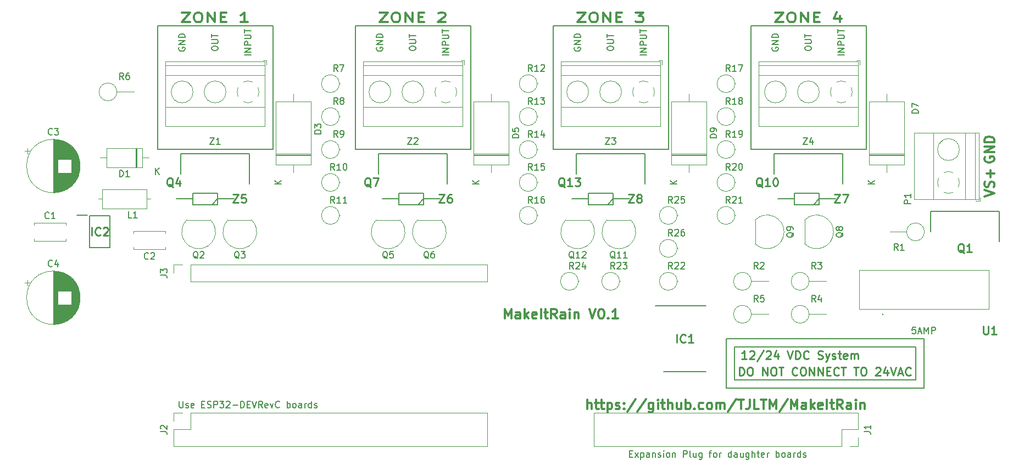
<source format=gbr>
%TF.GenerationSoftware,KiCad,Pcbnew,(5.1.9)-1*%
%TF.CreationDate,2021-10-06T20:04:51-07:00*%
%TF.ProjectId,MakeItRain,4d616b65-4974-4526-9169-6e2e6b696361,rev?*%
%TF.SameCoordinates,Original*%
%TF.FileFunction,Legend,Top*%
%TF.FilePolarity,Positive*%
%FSLAX46Y46*%
G04 Gerber Fmt 4.6, Leading zero omitted, Abs format (unit mm)*
G04 Created by KiCad (PCBNEW (5.1.9)-1) date 2021-10-06 20:04:51*
%MOMM*%
%LPD*%
G01*
G04 APERTURE LIST*
%ADD10C,0.150000*%
%ADD11C,0.254000*%
%ADD12C,0.300000*%
%ADD13C,0.200000*%
%ADD14C,0.120000*%
%ADD15C,0.100000*%
G04 APERTURE END LIST*
D10*
X149860000Y-107950000D02*
X149860000Y-109220000D01*
X180340000Y-107950000D02*
X149860000Y-107950000D01*
X180340000Y-115570000D02*
X180340000Y-107950000D01*
X149860000Y-115570000D02*
X180340000Y-115570000D01*
X149860000Y-109220000D02*
X149860000Y-115570000D01*
X179070000Y-109220000D02*
X151130000Y-109220000D01*
X179070000Y-114300000D02*
X179070000Y-109220000D01*
X151130000Y-114300000D02*
X179070000Y-114300000D01*
X151130000Y-109220000D02*
X151130000Y-114300000D01*
D11*
X151946428Y-113604523D02*
X151946428Y-112334523D01*
X152248809Y-112334523D01*
X152430238Y-112395000D01*
X152551190Y-112515952D01*
X152611666Y-112636904D01*
X152672142Y-112878809D01*
X152672142Y-113060238D01*
X152611666Y-113302142D01*
X152551190Y-113423095D01*
X152430238Y-113544047D01*
X152248809Y-113604523D01*
X151946428Y-113604523D01*
X153458333Y-112334523D02*
X153700238Y-112334523D01*
X153821190Y-112395000D01*
X153942142Y-112515952D01*
X154002619Y-112757857D01*
X154002619Y-113181190D01*
X153942142Y-113423095D01*
X153821190Y-113544047D01*
X153700238Y-113604523D01*
X153458333Y-113604523D01*
X153337380Y-113544047D01*
X153216428Y-113423095D01*
X153155952Y-113181190D01*
X153155952Y-112757857D01*
X153216428Y-112515952D01*
X153337380Y-112395000D01*
X153458333Y-112334523D01*
X155514523Y-113604523D02*
X155514523Y-112334523D01*
X156240238Y-113604523D01*
X156240238Y-112334523D01*
X157086904Y-112334523D02*
X157328809Y-112334523D01*
X157449761Y-112395000D01*
X157570714Y-112515952D01*
X157631190Y-112757857D01*
X157631190Y-113181190D01*
X157570714Y-113423095D01*
X157449761Y-113544047D01*
X157328809Y-113604523D01*
X157086904Y-113604523D01*
X156965952Y-113544047D01*
X156845000Y-113423095D01*
X156784523Y-113181190D01*
X156784523Y-112757857D01*
X156845000Y-112515952D01*
X156965952Y-112395000D01*
X157086904Y-112334523D01*
X157994047Y-112334523D02*
X158719761Y-112334523D01*
X158356904Y-113604523D02*
X158356904Y-112334523D01*
X160836428Y-113483571D02*
X160775952Y-113544047D01*
X160594523Y-113604523D01*
X160473571Y-113604523D01*
X160292142Y-113544047D01*
X160171190Y-113423095D01*
X160110714Y-113302142D01*
X160050238Y-113060238D01*
X160050238Y-112878809D01*
X160110714Y-112636904D01*
X160171190Y-112515952D01*
X160292142Y-112395000D01*
X160473571Y-112334523D01*
X160594523Y-112334523D01*
X160775952Y-112395000D01*
X160836428Y-112455476D01*
X161622619Y-112334523D02*
X161864523Y-112334523D01*
X161985476Y-112395000D01*
X162106428Y-112515952D01*
X162166904Y-112757857D01*
X162166904Y-113181190D01*
X162106428Y-113423095D01*
X161985476Y-113544047D01*
X161864523Y-113604523D01*
X161622619Y-113604523D01*
X161501666Y-113544047D01*
X161380714Y-113423095D01*
X161320238Y-113181190D01*
X161320238Y-112757857D01*
X161380714Y-112515952D01*
X161501666Y-112395000D01*
X161622619Y-112334523D01*
X162711190Y-113604523D02*
X162711190Y-112334523D01*
X163436904Y-113604523D01*
X163436904Y-112334523D01*
X164041666Y-113604523D02*
X164041666Y-112334523D01*
X164767380Y-113604523D01*
X164767380Y-112334523D01*
X165372142Y-112939285D02*
X165795476Y-112939285D01*
X165976904Y-113604523D02*
X165372142Y-113604523D01*
X165372142Y-112334523D01*
X165976904Y-112334523D01*
X167246904Y-113483571D02*
X167186428Y-113544047D01*
X167005000Y-113604523D01*
X166884047Y-113604523D01*
X166702619Y-113544047D01*
X166581666Y-113423095D01*
X166521190Y-113302142D01*
X166460714Y-113060238D01*
X166460714Y-112878809D01*
X166521190Y-112636904D01*
X166581666Y-112515952D01*
X166702619Y-112395000D01*
X166884047Y-112334523D01*
X167005000Y-112334523D01*
X167186428Y-112395000D01*
X167246904Y-112455476D01*
X167609761Y-112334523D02*
X168335476Y-112334523D01*
X167972619Y-113604523D02*
X167972619Y-112334523D01*
X169545000Y-112334523D02*
X170270714Y-112334523D01*
X169907857Y-113604523D02*
X169907857Y-112334523D01*
X170935952Y-112334523D02*
X171177857Y-112334523D01*
X171298809Y-112395000D01*
X171419761Y-112515952D01*
X171480238Y-112757857D01*
X171480238Y-113181190D01*
X171419761Y-113423095D01*
X171298809Y-113544047D01*
X171177857Y-113604523D01*
X170935952Y-113604523D01*
X170815000Y-113544047D01*
X170694047Y-113423095D01*
X170633571Y-113181190D01*
X170633571Y-112757857D01*
X170694047Y-112515952D01*
X170815000Y-112395000D01*
X170935952Y-112334523D01*
X172931666Y-112455476D02*
X172992142Y-112395000D01*
X173113095Y-112334523D01*
X173415476Y-112334523D01*
X173536428Y-112395000D01*
X173596904Y-112455476D01*
X173657380Y-112576428D01*
X173657380Y-112697380D01*
X173596904Y-112878809D01*
X172871190Y-113604523D01*
X173657380Y-113604523D01*
X174745952Y-112757857D02*
X174745952Y-113604523D01*
X174443571Y-112274047D02*
X174141190Y-113181190D01*
X174927380Y-113181190D01*
X175229761Y-112334523D02*
X175653095Y-113604523D01*
X176076428Y-112334523D01*
X176439285Y-113241666D02*
X177044047Y-113241666D01*
X176318333Y-113604523D02*
X176741666Y-112334523D01*
X177165000Y-113604523D01*
X178314047Y-113483571D02*
X178253571Y-113544047D01*
X178072142Y-113604523D01*
X177951190Y-113604523D01*
X177769761Y-113544047D01*
X177648809Y-113423095D01*
X177588333Y-113302142D01*
X177527857Y-113060238D01*
X177527857Y-112878809D01*
X177588333Y-112636904D01*
X177648809Y-112515952D01*
X177769761Y-112395000D01*
X177951190Y-112334523D01*
X178072142Y-112334523D01*
X178253571Y-112395000D01*
X178314047Y-112455476D01*
D12*
X128502857Y-118788571D02*
X128502857Y-117288571D01*
X129145714Y-118788571D02*
X129145714Y-118002857D01*
X129074285Y-117860000D01*
X128931428Y-117788571D01*
X128717142Y-117788571D01*
X128574285Y-117860000D01*
X128502857Y-117931428D01*
X129645714Y-117788571D02*
X130217142Y-117788571D01*
X129860000Y-117288571D02*
X129860000Y-118574285D01*
X129931428Y-118717142D01*
X130074285Y-118788571D01*
X130217142Y-118788571D01*
X130502857Y-117788571D02*
X131074285Y-117788571D01*
X130717142Y-117288571D02*
X130717142Y-118574285D01*
X130788571Y-118717142D01*
X130931428Y-118788571D01*
X131074285Y-118788571D01*
X131574285Y-117788571D02*
X131574285Y-119288571D01*
X131574285Y-117860000D02*
X131717142Y-117788571D01*
X132002857Y-117788571D01*
X132145714Y-117860000D01*
X132217142Y-117931428D01*
X132288571Y-118074285D01*
X132288571Y-118502857D01*
X132217142Y-118645714D01*
X132145714Y-118717142D01*
X132002857Y-118788571D01*
X131717142Y-118788571D01*
X131574285Y-118717142D01*
X132860000Y-118717142D02*
X133002857Y-118788571D01*
X133288571Y-118788571D01*
X133431428Y-118717142D01*
X133502857Y-118574285D01*
X133502857Y-118502857D01*
X133431428Y-118360000D01*
X133288571Y-118288571D01*
X133074285Y-118288571D01*
X132931428Y-118217142D01*
X132860000Y-118074285D01*
X132860000Y-118002857D01*
X132931428Y-117860000D01*
X133074285Y-117788571D01*
X133288571Y-117788571D01*
X133431428Y-117860000D01*
X134145714Y-118645714D02*
X134217142Y-118717142D01*
X134145714Y-118788571D01*
X134074285Y-118717142D01*
X134145714Y-118645714D01*
X134145714Y-118788571D01*
X134145714Y-117860000D02*
X134217142Y-117931428D01*
X134145714Y-118002857D01*
X134074285Y-117931428D01*
X134145714Y-117860000D01*
X134145714Y-118002857D01*
X135931428Y-117217142D02*
X134645714Y-119145714D01*
X137502857Y-117217142D02*
X136217142Y-119145714D01*
X138645714Y-117788571D02*
X138645714Y-119002857D01*
X138574285Y-119145714D01*
X138502857Y-119217142D01*
X138360000Y-119288571D01*
X138145714Y-119288571D01*
X138002857Y-119217142D01*
X138645714Y-118717142D02*
X138502857Y-118788571D01*
X138217142Y-118788571D01*
X138074285Y-118717142D01*
X138002857Y-118645714D01*
X137931428Y-118502857D01*
X137931428Y-118074285D01*
X138002857Y-117931428D01*
X138074285Y-117860000D01*
X138217142Y-117788571D01*
X138502857Y-117788571D01*
X138645714Y-117860000D01*
X139360000Y-118788571D02*
X139360000Y-117788571D01*
X139360000Y-117288571D02*
X139288571Y-117360000D01*
X139360000Y-117431428D01*
X139431428Y-117360000D01*
X139360000Y-117288571D01*
X139360000Y-117431428D01*
X139860000Y-117788571D02*
X140431428Y-117788571D01*
X140074285Y-117288571D02*
X140074285Y-118574285D01*
X140145714Y-118717142D01*
X140288571Y-118788571D01*
X140431428Y-118788571D01*
X140931428Y-118788571D02*
X140931428Y-117288571D01*
X141574285Y-118788571D02*
X141574285Y-118002857D01*
X141502857Y-117860000D01*
X141360000Y-117788571D01*
X141145714Y-117788571D01*
X141002857Y-117860000D01*
X140931428Y-117931428D01*
X142931428Y-117788571D02*
X142931428Y-118788571D01*
X142288571Y-117788571D02*
X142288571Y-118574285D01*
X142360000Y-118717142D01*
X142502857Y-118788571D01*
X142717142Y-118788571D01*
X142860000Y-118717142D01*
X142931428Y-118645714D01*
X143645714Y-118788571D02*
X143645714Y-117288571D01*
X143645714Y-117860000D02*
X143788571Y-117788571D01*
X144074285Y-117788571D01*
X144217142Y-117860000D01*
X144288571Y-117931428D01*
X144360000Y-118074285D01*
X144360000Y-118502857D01*
X144288571Y-118645714D01*
X144217142Y-118717142D01*
X144074285Y-118788571D01*
X143788571Y-118788571D01*
X143645714Y-118717142D01*
X145002857Y-118645714D02*
X145074285Y-118717142D01*
X145002857Y-118788571D01*
X144931428Y-118717142D01*
X145002857Y-118645714D01*
X145002857Y-118788571D01*
X146360000Y-118717142D02*
X146217142Y-118788571D01*
X145931428Y-118788571D01*
X145788571Y-118717142D01*
X145717142Y-118645714D01*
X145645714Y-118502857D01*
X145645714Y-118074285D01*
X145717142Y-117931428D01*
X145788571Y-117860000D01*
X145931428Y-117788571D01*
X146217142Y-117788571D01*
X146360000Y-117860000D01*
X147217142Y-118788571D02*
X147074285Y-118717142D01*
X147002857Y-118645714D01*
X146931428Y-118502857D01*
X146931428Y-118074285D01*
X147002857Y-117931428D01*
X147074285Y-117860000D01*
X147217142Y-117788571D01*
X147431428Y-117788571D01*
X147574285Y-117860000D01*
X147645714Y-117931428D01*
X147717142Y-118074285D01*
X147717142Y-118502857D01*
X147645714Y-118645714D01*
X147574285Y-118717142D01*
X147431428Y-118788571D01*
X147217142Y-118788571D01*
X148360000Y-118788571D02*
X148360000Y-117788571D01*
X148360000Y-117931428D02*
X148431428Y-117860000D01*
X148574285Y-117788571D01*
X148788571Y-117788571D01*
X148931428Y-117860000D01*
X149002857Y-118002857D01*
X149002857Y-118788571D01*
X149002857Y-118002857D02*
X149074285Y-117860000D01*
X149217142Y-117788571D01*
X149431428Y-117788571D01*
X149574285Y-117860000D01*
X149645714Y-118002857D01*
X149645714Y-118788571D01*
X151431428Y-117217142D02*
X150145714Y-119145714D01*
X151717142Y-117288571D02*
X152574285Y-117288571D01*
X152145714Y-118788571D02*
X152145714Y-117288571D01*
X153502857Y-117288571D02*
X153502857Y-118360000D01*
X153431428Y-118574285D01*
X153288571Y-118717142D01*
X153074285Y-118788571D01*
X152931428Y-118788571D01*
X154931428Y-118788571D02*
X154217142Y-118788571D01*
X154217142Y-117288571D01*
X155217142Y-117288571D02*
X156074285Y-117288571D01*
X155645714Y-118788571D02*
X155645714Y-117288571D01*
X156574285Y-118788571D02*
X156574285Y-117288571D01*
X157074285Y-118360000D01*
X157574285Y-117288571D01*
X157574285Y-118788571D01*
X159360000Y-117217142D02*
X158074285Y-119145714D01*
X159860000Y-118788571D02*
X159860000Y-117288571D01*
X160360000Y-118360000D01*
X160860000Y-117288571D01*
X160860000Y-118788571D01*
X162217142Y-118788571D02*
X162217142Y-118002857D01*
X162145714Y-117860000D01*
X162002857Y-117788571D01*
X161717142Y-117788571D01*
X161574285Y-117860000D01*
X162217142Y-118717142D02*
X162074285Y-118788571D01*
X161717142Y-118788571D01*
X161574285Y-118717142D01*
X161502857Y-118574285D01*
X161502857Y-118431428D01*
X161574285Y-118288571D01*
X161717142Y-118217142D01*
X162074285Y-118217142D01*
X162217142Y-118145714D01*
X162931428Y-118788571D02*
X162931428Y-117288571D01*
X163074285Y-118217142D02*
X163502857Y-118788571D01*
X163502857Y-117788571D02*
X162931428Y-118360000D01*
X164717142Y-118717142D02*
X164574285Y-118788571D01*
X164288571Y-118788571D01*
X164145714Y-118717142D01*
X164074285Y-118574285D01*
X164074285Y-118002857D01*
X164145714Y-117860000D01*
X164288571Y-117788571D01*
X164574285Y-117788571D01*
X164717142Y-117860000D01*
X164788571Y-118002857D01*
X164788571Y-118145714D01*
X164074285Y-118288571D01*
X165431428Y-118788571D02*
X165431428Y-117288571D01*
X165931428Y-117788571D02*
X166502857Y-117788571D01*
X166145714Y-117288571D02*
X166145714Y-118574285D01*
X166217142Y-118717142D01*
X166360000Y-118788571D01*
X166502857Y-118788571D01*
X167860000Y-118788571D02*
X167360000Y-118074285D01*
X167002857Y-118788571D02*
X167002857Y-117288571D01*
X167574285Y-117288571D01*
X167717142Y-117360000D01*
X167788571Y-117431428D01*
X167860000Y-117574285D01*
X167860000Y-117788571D01*
X167788571Y-117931428D01*
X167717142Y-118002857D01*
X167574285Y-118074285D01*
X167002857Y-118074285D01*
X169145714Y-118788571D02*
X169145714Y-118002857D01*
X169074285Y-117860000D01*
X168931428Y-117788571D01*
X168645714Y-117788571D01*
X168502857Y-117860000D01*
X169145714Y-118717142D02*
X169002857Y-118788571D01*
X168645714Y-118788571D01*
X168502857Y-118717142D01*
X168431428Y-118574285D01*
X168431428Y-118431428D01*
X168502857Y-118288571D01*
X168645714Y-118217142D01*
X169002857Y-118217142D01*
X169145714Y-118145714D01*
X169860000Y-118788571D02*
X169860000Y-117788571D01*
X169860000Y-117288571D02*
X169788571Y-117360000D01*
X169860000Y-117431428D01*
X169931428Y-117360000D01*
X169860000Y-117288571D01*
X169860000Y-117431428D01*
X170574285Y-117788571D02*
X170574285Y-118788571D01*
X170574285Y-117931428D02*
X170645714Y-117860000D01*
X170788571Y-117788571D01*
X171002857Y-117788571D01*
X171145714Y-117860000D01*
X171217142Y-118002857D01*
X171217142Y-118788571D01*
D10*
X65604761Y-117562380D02*
X65604761Y-118371904D01*
X65652380Y-118467142D01*
X65700000Y-118514761D01*
X65795238Y-118562380D01*
X65985714Y-118562380D01*
X66080952Y-118514761D01*
X66128571Y-118467142D01*
X66176190Y-118371904D01*
X66176190Y-117562380D01*
X66604761Y-118514761D02*
X66700000Y-118562380D01*
X66890476Y-118562380D01*
X66985714Y-118514761D01*
X67033333Y-118419523D01*
X67033333Y-118371904D01*
X66985714Y-118276666D01*
X66890476Y-118229047D01*
X66747619Y-118229047D01*
X66652380Y-118181428D01*
X66604761Y-118086190D01*
X66604761Y-118038571D01*
X66652380Y-117943333D01*
X66747619Y-117895714D01*
X66890476Y-117895714D01*
X66985714Y-117943333D01*
X67842857Y-118514761D02*
X67747619Y-118562380D01*
X67557142Y-118562380D01*
X67461904Y-118514761D01*
X67414285Y-118419523D01*
X67414285Y-118038571D01*
X67461904Y-117943333D01*
X67557142Y-117895714D01*
X67747619Y-117895714D01*
X67842857Y-117943333D01*
X67890476Y-118038571D01*
X67890476Y-118133809D01*
X67414285Y-118229047D01*
X69080952Y-118038571D02*
X69414285Y-118038571D01*
X69557142Y-118562380D02*
X69080952Y-118562380D01*
X69080952Y-117562380D01*
X69557142Y-117562380D01*
X69938095Y-118514761D02*
X70080952Y-118562380D01*
X70319047Y-118562380D01*
X70414285Y-118514761D01*
X70461904Y-118467142D01*
X70509523Y-118371904D01*
X70509523Y-118276666D01*
X70461904Y-118181428D01*
X70414285Y-118133809D01*
X70319047Y-118086190D01*
X70128571Y-118038571D01*
X70033333Y-117990952D01*
X69985714Y-117943333D01*
X69938095Y-117848095D01*
X69938095Y-117752857D01*
X69985714Y-117657619D01*
X70033333Y-117610000D01*
X70128571Y-117562380D01*
X70366666Y-117562380D01*
X70509523Y-117610000D01*
X70938095Y-118562380D02*
X70938095Y-117562380D01*
X71319047Y-117562380D01*
X71414285Y-117610000D01*
X71461904Y-117657619D01*
X71509523Y-117752857D01*
X71509523Y-117895714D01*
X71461904Y-117990952D01*
X71414285Y-118038571D01*
X71319047Y-118086190D01*
X70938095Y-118086190D01*
X71842857Y-117562380D02*
X72461904Y-117562380D01*
X72128571Y-117943333D01*
X72271428Y-117943333D01*
X72366666Y-117990952D01*
X72414285Y-118038571D01*
X72461904Y-118133809D01*
X72461904Y-118371904D01*
X72414285Y-118467142D01*
X72366666Y-118514761D01*
X72271428Y-118562380D01*
X71985714Y-118562380D01*
X71890476Y-118514761D01*
X71842857Y-118467142D01*
X72842857Y-117657619D02*
X72890476Y-117610000D01*
X72985714Y-117562380D01*
X73223809Y-117562380D01*
X73319047Y-117610000D01*
X73366666Y-117657619D01*
X73414285Y-117752857D01*
X73414285Y-117848095D01*
X73366666Y-117990952D01*
X72795238Y-118562380D01*
X73414285Y-118562380D01*
X73842857Y-118181428D02*
X74604761Y-118181428D01*
X75080952Y-118562380D02*
X75080952Y-117562380D01*
X75319047Y-117562380D01*
X75461904Y-117610000D01*
X75557142Y-117705238D01*
X75604761Y-117800476D01*
X75652380Y-117990952D01*
X75652380Y-118133809D01*
X75604761Y-118324285D01*
X75557142Y-118419523D01*
X75461904Y-118514761D01*
X75319047Y-118562380D01*
X75080952Y-118562380D01*
X76080952Y-118038571D02*
X76414285Y-118038571D01*
X76557142Y-118562380D02*
X76080952Y-118562380D01*
X76080952Y-117562380D01*
X76557142Y-117562380D01*
X76842857Y-117562380D02*
X77176190Y-118562380D01*
X77509523Y-117562380D01*
X78414285Y-118562380D02*
X78080952Y-118086190D01*
X77842857Y-118562380D02*
X77842857Y-117562380D01*
X78223809Y-117562380D01*
X78319047Y-117610000D01*
X78366666Y-117657619D01*
X78414285Y-117752857D01*
X78414285Y-117895714D01*
X78366666Y-117990952D01*
X78319047Y-118038571D01*
X78223809Y-118086190D01*
X77842857Y-118086190D01*
X79223809Y-118514761D02*
X79128571Y-118562380D01*
X78938095Y-118562380D01*
X78842857Y-118514761D01*
X78795238Y-118419523D01*
X78795238Y-118038571D01*
X78842857Y-117943333D01*
X78938095Y-117895714D01*
X79128571Y-117895714D01*
X79223809Y-117943333D01*
X79271428Y-118038571D01*
X79271428Y-118133809D01*
X78795238Y-118229047D01*
X79604761Y-117895714D02*
X79842857Y-118562380D01*
X80080952Y-117895714D01*
X81033333Y-118467142D02*
X80985714Y-118514761D01*
X80842857Y-118562380D01*
X80747619Y-118562380D01*
X80604761Y-118514761D01*
X80509523Y-118419523D01*
X80461904Y-118324285D01*
X80414285Y-118133809D01*
X80414285Y-117990952D01*
X80461904Y-117800476D01*
X80509523Y-117705238D01*
X80604761Y-117610000D01*
X80747619Y-117562380D01*
X80842857Y-117562380D01*
X80985714Y-117610000D01*
X81033333Y-117657619D01*
X82223809Y-118562380D02*
X82223809Y-117562380D01*
X82223809Y-117943333D02*
X82319047Y-117895714D01*
X82509523Y-117895714D01*
X82604761Y-117943333D01*
X82652380Y-117990952D01*
X82700000Y-118086190D01*
X82700000Y-118371904D01*
X82652380Y-118467142D01*
X82604761Y-118514761D01*
X82509523Y-118562380D01*
X82319047Y-118562380D01*
X82223809Y-118514761D01*
X83271428Y-118562380D02*
X83176190Y-118514761D01*
X83128571Y-118467142D01*
X83080952Y-118371904D01*
X83080952Y-118086190D01*
X83128571Y-117990952D01*
X83176190Y-117943333D01*
X83271428Y-117895714D01*
X83414285Y-117895714D01*
X83509523Y-117943333D01*
X83557142Y-117990952D01*
X83604761Y-118086190D01*
X83604761Y-118371904D01*
X83557142Y-118467142D01*
X83509523Y-118514761D01*
X83414285Y-118562380D01*
X83271428Y-118562380D01*
X84461904Y-118562380D02*
X84461904Y-118038571D01*
X84414285Y-117943333D01*
X84319047Y-117895714D01*
X84128571Y-117895714D01*
X84033333Y-117943333D01*
X84461904Y-118514761D02*
X84366666Y-118562380D01*
X84128571Y-118562380D01*
X84033333Y-118514761D01*
X83985714Y-118419523D01*
X83985714Y-118324285D01*
X84033333Y-118229047D01*
X84128571Y-118181428D01*
X84366666Y-118181428D01*
X84461904Y-118133809D01*
X84938095Y-118562380D02*
X84938095Y-117895714D01*
X84938095Y-118086190D02*
X84985714Y-117990952D01*
X85033333Y-117943333D01*
X85128571Y-117895714D01*
X85223809Y-117895714D01*
X85985714Y-118562380D02*
X85985714Y-117562380D01*
X85985714Y-118514761D02*
X85890476Y-118562380D01*
X85699999Y-118562380D01*
X85604761Y-118514761D01*
X85557142Y-118467142D01*
X85509523Y-118371904D01*
X85509523Y-118086190D01*
X85557142Y-117990952D01*
X85604761Y-117943333D01*
X85699999Y-117895714D01*
X85890476Y-117895714D01*
X85985714Y-117943333D01*
X86414285Y-118514761D02*
X86509523Y-118562380D01*
X86699999Y-118562380D01*
X86795238Y-118514761D01*
X86842857Y-118419523D01*
X86842857Y-118371904D01*
X86795238Y-118276666D01*
X86699999Y-118229047D01*
X86557142Y-118229047D01*
X86461904Y-118181428D01*
X86414285Y-118086190D01*
X86414285Y-118038571D01*
X86461904Y-117943333D01*
X86557142Y-117895714D01*
X86699999Y-117895714D01*
X86795238Y-117943333D01*
X135018571Y-125658571D02*
X135351904Y-125658571D01*
X135494761Y-126182380D02*
X135018571Y-126182380D01*
X135018571Y-125182380D01*
X135494761Y-125182380D01*
X135828095Y-126182380D02*
X136351904Y-125515714D01*
X135828095Y-125515714D02*
X136351904Y-126182380D01*
X136732857Y-125515714D02*
X136732857Y-126515714D01*
X136732857Y-125563333D02*
X136828095Y-125515714D01*
X137018571Y-125515714D01*
X137113809Y-125563333D01*
X137161428Y-125610952D01*
X137209047Y-125706190D01*
X137209047Y-125991904D01*
X137161428Y-126087142D01*
X137113809Y-126134761D01*
X137018571Y-126182380D01*
X136828095Y-126182380D01*
X136732857Y-126134761D01*
X138066190Y-126182380D02*
X138066190Y-125658571D01*
X138018571Y-125563333D01*
X137923333Y-125515714D01*
X137732857Y-125515714D01*
X137637619Y-125563333D01*
X138066190Y-126134761D02*
X137970952Y-126182380D01*
X137732857Y-126182380D01*
X137637619Y-126134761D01*
X137590000Y-126039523D01*
X137590000Y-125944285D01*
X137637619Y-125849047D01*
X137732857Y-125801428D01*
X137970952Y-125801428D01*
X138066190Y-125753809D01*
X138542380Y-125515714D02*
X138542380Y-126182380D01*
X138542380Y-125610952D02*
X138590000Y-125563333D01*
X138685238Y-125515714D01*
X138828095Y-125515714D01*
X138923333Y-125563333D01*
X138970952Y-125658571D01*
X138970952Y-126182380D01*
X139399523Y-126134761D02*
X139494761Y-126182380D01*
X139685238Y-126182380D01*
X139780476Y-126134761D01*
X139828095Y-126039523D01*
X139828095Y-125991904D01*
X139780476Y-125896666D01*
X139685238Y-125849047D01*
X139542380Y-125849047D01*
X139447142Y-125801428D01*
X139399523Y-125706190D01*
X139399523Y-125658571D01*
X139447142Y-125563333D01*
X139542380Y-125515714D01*
X139685238Y-125515714D01*
X139780476Y-125563333D01*
X140256666Y-126182380D02*
X140256666Y-125515714D01*
X140256666Y-125182380D02*
X140209047Y-125230000D01*
X140256666Y-125277619D01*
X140304285Y-125230000D01*
X140256666Y-125182380D01*
X140256666Y-125277619D01*
X140875714Y-126182380D02*
X140780476Y-126134761D01*
X140732857Y-126087142D01*
X140685238Y-125991904D01*
X140685238Y-125706190D01*
X140732857Y-125610952D01*
X140780476Y-125563333D01*
X140875714Y-125515714D01*
X141018571Y-125515714D01*
X141113809Y-125563333D01*
X141161428Y-125610952D01*
X141209047Y-125706190D01*
X141209047Y-125991904D01*
X141161428Y-126087142D01*
X141113809Y-126134761D01*
X141018571Y-126182380D01*
X140875714Y-126182380D01*
X141637619Y-125515714D02*
X141637619Y-126182380D01*
X141637619Y-125610952D02*
X141685238Y-125563333D01*
X141780476Y-125515714D01*
X141923333Y-125515714D01*
X142018571Y-125563333D01*
X142066190Y-125658571D01*
X142066190Y-126182380D01*
X143304285Y-126182380D02*
X143304285Y-125182380D01*
X143685238Y-125182380D01*
X143780476Y-125230000D01*
X143828095Y-125277619D01*
X143875714Y-125372857D01*
X143875714Y-125515714D01*
X143828095Y-125610952D01*
X143780476Y-125658571D01*
X143685238Y-125706190D01*
X143304285Y-125706190D01*
X144447142Y-126182380D02*
X144351904Y-126134761D01*
X144304285Y-126039523D01*
X144304285Y-125182380D01*
X145256666Y-125515714D02*
X145256666Y-126182380D01*
X144828095Y-125515714D02*
X144828095Y-126039523D01*
X144875714Y-126134761D01*
X144970952Y-126182380D01*
X145113809Y-126182380D01*
X145209047Y-126134761D01*
X145256666Y-126087142D01*
X146161428Y-125515714D02*
X146161428Y-126325238D01*
X146113809Y-126420476D01*
X146066190Y-126468095D01*
X145970952Y-126515714D01*
X145828095Y-126515714D01*
X145732857Y-126468095D01*
X146161428Y-126134761D02*
X146066190Y-126182380D01*
X145875714Y-126182380D01*
X145780476Y-126134761D01*
X145732857Y-126087142D01*
X145685238Y-125991904D01*
X145685238Y-125706190D01*
X145732857Y-125610952D01*
X145780476Y-125563333D01*
X145875714Y-125515714D01*
X146066190Y-125515714D01*
X146161428Y-125563333D01*
X147256666Y-125515714D02*
X147637619Y-125515714D01*
X147399523Y-126182380D02*
X147399523Y-125325238D01*
X147447142Y-125230000D01*
X147542380Y-125182380D01*
X147637619Y-125182380D01*
X148113809Y-126182380D02*
X148018571Y-126134761D01*
X147970952Y-126087142D01*
X147923333Y-125991904D01*
X147923333Y-125706190D01*
X147970952Y-125610952D01*
X148018571Y-125563333D01*
X148113809Y-125515714D01*
X148256666Y-125515714D01*
X148351904Y-125563333D01*
X148399523Y-125610952D01*
X148447142Y-125706190D01*
X148447142Y-125991904D01*
X148399523Y-126087142D01*
X148351904Y-126134761D01*
X148256666Y-126182380D01*
X148113809Y-126182380D01*
X148875714Y-126182380D02*
X148875714Y-125515714D01*
X148875714Y-125706190D02*
X148923333Y-125610952D01*
X148970952Y-125563333D01*
X149066190Y-125515714D01*
X149161428Y-125515714D01*
X150685238Y-126182380D02*
X150685238Y-125182380D01*
X150685238Y-126134761D02*
X150590000Y-126182380D01*
X150399523Y-126182380D01*
X150304285Y-126134761D01*
X150256666Y-126087142D01*
X150209047Y-125991904D01*
X150209047Y-125706190D01*
X150256666Y-125610952D01*
X150304285Y-125563333D01*
X150399523Y-125515714D01*
X150590000Y-125515714D01*
X150685238Y-125563333D01*
X151590000Y-126182380D02*
X151590000Y-125658571D01*
X151542380Y-125563333D01*
X151447142Y-125515714D01*
X151256666Y-125515714D01*
X151161428Y-125563333D01*
X151590000Y-126134761D02*
X151494761Y-126182380D01*
X151256666Y-126182380D01*
X151161428Y-126134761D01*
X151113809Y-126039523D01*
X151113809Y-125944285D01*
X151161428Y-125849047D01*
X151256666Y-125801428D01*
X151494761Y-125801428D01*
X151590000Y-125753809D01*
X152494761Y-125515714D02*
X152494761Y-126182380D01*
X152066190Y-125515714D02*
X152066190Y-126039523D01*
X152113809Y-126134761D01*
X152209047Y-126182380D01*
X152351904Y-126182380D01*
X152447142Y-126134761D01*
X152494761Y-126087142D01*
X153399523Y-125515714D02*
X153399523Y-126325238D01*
X153351904Y-126420476D01*
X153304285Y-126468095D01*
X153209047Y-126515714D01*
X153066190Y-126515714D01*
X152970952Y-126468095D01*
X153399523Y-126134761D02*
X153304285Y-126182380D01*
X153113809Y-126182380D01*
X153018571Y-126134761D01*
X152970952Y-126087142D01*
X152923333Y-125991904D01*
X152923333Y-125706190D01*
X152970952Y-125610952D01*
X153018571Y-125563333D01*
X153113809Y-125515714D01*
X153304285Y-125515714D01*
X153399523Y-125563333D01*
X153875714Y-126182380D02*
X153875714Y-125182380D01*
X154304285Y-126182380D02*
X154304285Y-125658571D01*
X154256666Y-125563333D01*
X154161428Y-125515714D01*
X154018571Y-125515714D01*
X153923333Y-125563333D01*
X153875714Y-125610952D01*
X154637619Y-125515714D02*
X155018571Y-125515714D01*
X154780476Y-125182380D02*
X154780476Y-126039523D01*
X154828095Y-126134761D01*
X154923333Y-126182380D01*
X155018571Y-126182380D01*
X155732857Y-126134761D02*
X155637619Y-126182380D01*
X155447142Y-126182380D01*
X155351904Y-126134761D01*
X155304285Y-126039523D01*
X155304285Y-125658571D01*
X155351904Y-125563333D01*
X155447142Y-125515714D01*
X155637619Y-125515714D01*
X155732857Y-125563333D01*
X155780476Y-125658571D01*
X155780476Y-125753809D01*
X155304285Y-125849047D01*
X156209047Y-126182380D02*
X156209047Y-125515714D01*
X156209047Y-125706190D02*
X156256666Y-125610952D01*
X156304285Y-125563333D01*
X156399523Y-125515714D01*
X156494761Y-125515714D01*
X157589999Y-126182380D02*
X157589999Y-125182380D01*
X157589999Y-125563333D02*
X157685238Y-125515714D01*
X157875714Y-125515714D01*
X157970952Y-125563333D01*
X158018571Y-125610952D01*
X158066190Y-125706190D01*
X158066190Y-125991904D01*
X158018571Y-126087142D01*
X157970952Y-126134761D01*
X157875714Y-126182380D01*
X157685238Y-126182380D01*
X157589999Y-126134761D01*
X158637619Y-126182380D02*
X158542380Y-126134761D01*
X158494761Y-126087142D01*
X158447142Y-125991904D01*
X158447142Y-125706190D01*
X158494761Y-125610952D01*
X158542380Y-125563333D01*
X158637619Y-125515714D01*
X158780476Y-125515714D01*
X158875714Y-125563333D01*
X158923333Y-125610952D01*
X158970952Y-125706190D01*
X158970952Y-125991904D01*
X158923333Y-126087142D01*
X158875714Y-126134761D01*
X158780476Y-126182380D01*
X158637619Y-126182380D01*
X159828095Y-126182380D02*
X159828095Y-125658571D01*
X159780476Y-125563333D01*
X159685238Y-125515714D01*
X159494761Y-125515714D01*
X159399523Y-125563333D01*
X159828095Y-126134761D02*
X159732857Y-126182380D01*
X159494761Y-126182380D01*
X159399523Y-126134761D01*
X159351904Y-126039523D01*
X159351904Y-125944285D01*
X159399523Y-125849047D01*
X159494761Y-125801428D01*
X159732857Y-125801428D01*
X159828095Y-125753809D01*
X160304285Y-126182380D02*
X160304285Y-125515714D01*
X160304285Y-125706190D02*
X160351904Y-125610952D01*
X160399523Y-125563333D01*
X160494761Y-125515714D01*
X160589999Y-125515714D01*
X161351904Y-126182380D02*
X161351904Y-125182380D01*
X161351904Y-126134761D02*
X161256666Y-126182380D01*
X161066190Y-126182380D01*
X160970952Y-126134761D01*
X160923333Y-126087142D01*
X160875714Y-125991904D01*
X160875714Y-125706190D01*
X160923333Y-125610952D01*
X160970952Y-125563333D01*
X161066190Y-125515714D01*
X161256666Y-125515714D01*
X161351904Y-125563333D01*
X161780476Y-126134761D02*
X161875714Y-126182380D01*
X162066190Y-126182380D01*
X162161428Y-126134761D01*
X162209047Y-126039523D01*
X162209047Y-125991904D01*
X162161428Y-125896666D01*
X162066190Y-125849047D01*
X161923333Y-125849047D01*
X161828095Y-125801428D01*
X161780476Y-125706190D01*
X161780476Y-125658571D01*
X161828095Y-125563333D01*
X161923333Y-125515714D01*
X162066190Y-125515714D01*
X162161428Y-125563333D01*
D11*
X153035000Y-111064523D02*
X152309285Y-111064523D01*
X152672142Y-111064523D02*
X152672142Y-109794523D01*
X152551190Y-109975952D01*
X152430238Y-110096904D01*
X152309285Y-110157380D01*
X153518809Y-109915476D02*
X153579285Y-109855000D01*
X153700238Y-109794523D01*
X154002619Y-109794523D01*
X154123571Y-109855000D01*
X154184047Y-109915476D01*
X154244523Y-110036428D01*
X154244523Y-110157380D01*
X154184047Y-110338809D01*
X153458333Y-111064523D01*
X154244523Y-111064523D01*
X155695952Y-109734047D02*
X154607380Y-111366904D01*
X156058809Y-109915476D02*
X156119285Y-109855000D01*
X156240238Y-109794523D01*
X156542619Y-109794523D01*
X156663571Y-109855000D01*
X156724047Y-109915476D01*
X156784523Y-110036428D01*
X156784523Y-110157380D01*
X156724047Y-110338809D01*
X155998333Y-111064523D01*
X156784523Y-111064523D01*
X157873095Y-110217857D02*
X157873095Y-111064523D01*
X157570714Y-109734047D02*
X157268333Y-110641190D01*
X158054523Y-110641190D01*
X159324523Y-109794523D02*
X159747857Y-111064523D01*
X160171190Y-109794523D01*
X160594523Y-111064523D02*
X160594523Y-109794523D01*
X160896904Y-109794523D01*
X161078333Y-109855000D01*
X161199285Y-109975952D01*
X161259761Y-110096904D01*
X161320238Y-110338809D01*
X161320238Y-110520238D01*
X161259761Y-110762142D01*
X161199285Y-110883095D01*
X161078333Y-111004047D01*
X160896904Y-111064523D01*
X160594523Y-111064523D01*
X162590238Y-110943571D02*
X162529761Y-111004047D01*
X162348333Y-111064523D01*
X162227380Y-111064523D01*
X162045952Y-111004047D01*
X161925000Y-110883095D01*
X161864523Y-110762142D01*
X161804047Y-110520238D01*
X161804047Y-110338809D01*
X161864523Y-110096904D01*
X161925000Y-109975952D01*
X162045952Y-109855000D01*
X162227380Y-109794523D01*
X162348333Y-109794523D01*
X162529761Y-109855000D01*
X162590238Y-109915476D01*
X164041666Y-111004047D02*
X164223095Y-111064523D01*
X164525476Y-111064523D01*
X164646428Y-111004047D01*
X164706904Y-110943571D01*
X164767380Y-110822619D01*
X164767380Y-110701666D01*
X164706904Y-110580714D01*
X164646428Y-110520238D01*
X164525476Y-110459761D01*
X164283571Y-110399285D01*
X164162619Y-110338809D01*
X164102142Y-110278333D01*
X164041666Y-110157380D01*
X164041666Y-110036428D01*
X164102142Y-109915476D01*
X164162619Y-109855000D01*
X164283571Y-109794523D01*
X164585952Y-109794523D01*
X164767380Y-109855000D01*
X165190714Y-110217857D02*
X165493095Y-111064523D01*
X165795476Y-110217857D02*
X165493095Y-111064523D01*
X165372142Y-111366904D01*
X165311666Y-111427380D01*
X165190714Y-111487857D01*
X166218809Y-111004047D02*
X166339761Y-111064523D01*
X166581666Y-111064523D01*
X166702619Y-111004047D01*
X166763095Y-110883095D01*
X166763095Y-110822619D01*
X166702619Y-110701666D01*
X166581666Y-110641190D01*
X166400238Y-110641190D01*
X166279285Y-110580714D01*
X166218809Y-110459761D01*
X166218809Y-110399285D01*
X166279285Y-110278333D01*
X166400238Y-110217857D01*
X166581666Y-110217857D01*
X166702619Y-110278333D01*
X167125952Y-110217857D02*
X167609761Y-110217857D01*
X167307380Y-109794523D02*
X167307380Y-110883095D01*
X167367857Y-111004047D01*
X167488809Y-111064523D01*
X167609761Y-111064523D01*
X168516904Y-111004047D02*
X168395952Y-111064523D01*
X168154047Y-111064523D01*
X168033095Y-111004047D01*
X167972619Y-110883095D01*
X167972619Y-110399285D01*
X168033095Y-110278333D01*
X168154047Y-110217857D01*
X168395952Y-110217857D01*
X168516904Y-110278333D01*
X168577380Y-110399285D01*
X168577380Y-110520238D01*
X167972619Y-110641190D01*
X169121666Y-111064523D02*
X169121666Y-110217857D01*
X169121666Y-110338809D02*
X169182142Y-110278333D01*
X169303095Y-110217857D01*
X169484523Y-110217857D01*
X169605476Y-110278333D01*
X169665952Y-110399285D01*
X169665952Y-111064523D01*
X169665952Y-110399285D02*
X169726428Y-110278333D01*
X169847380Y-110217857D01*
X170028809Y-110217857D01*
X170149761Y-110278333D01*
X170210238Y-110399285D01*
X170210238Y-111064523D01*
D12*
X115781428Y-104818571D02*
X115781428Y-103318571D01*
X116281428Y-104390000D01*
X116781428Y-103318571D01*
X116781428Y-104818571D01*
X118138571Y-104818571D02*
X118138571Y-104032857D01*
X118067142Y-103890000D01*
X117924285Y-103818571D01*
X117638571Y-103818571D01*
X117495714Y-103890000D01*
X118138571Y-104747142D02*
X117995714Y-104818571D01*
X117638571Y-104818571D01*
X117495714Y-104747142D01*
X117424285Y-104604285D01*
X117424285Y-104461428D01*
X117495714Y-104318571D01*
X117638571Y-104247142D01*
X117995714Y-104247142D01*
X118138571Y-104175714D01*
X118852857Y-104818571D02*
X118852857Y-103318571D01*
X118995714Y-104247142D02*
X119424285Y-104818571D01*
X119424285Y-103818571D02*
X118852857Y-104390000D01*
X120638571Y-104747142D02*
X120495714Y-104818571D01*
X120210000Y-104818571D01*
X120067142Y-104747142D01*
X119995714Y-104604285D01*
X119995714Y-104032857D01*
X120067142Y-103890000D01*
X120210000Y-103818571D01*
X120495714Y-103818571D01*
X120638571Y-103890000D01*
X120710000Y-104032857D01*
X120710000Y-104175714D01*
X119995714Y-104318571D01*
X121352857Y-104818571D02*
X121352857Y-103318571D01*
X121852857Y-103818571D02*
X122424285Y-103818571D01*
X122067142Y-103318571D02*
X122067142Y-104604285D01*
X122138571Y-104747142D01*
X122281428Y-104818571D01*
X122424285Y-104818571D01*
X123781428Y-104818571D02*
X123281428Y-104104285D01*
X122924285Y-104818571D02*
X122924285Y-103318571D01*
X123495714Y-103318571D01*
X123638571Y-103390000D01*
X123710000Y-103461428D01*
X123781428Y-103604285D01*
X123781428Y-103818571D01*
X123710000Y-103961428D01*
X123638571Y-104032857D01*
X123495714Y-104104285D01*
X122924285Y-104104285D01*
X125067142Y-104818571D02*
X125067142Y-104032857D01*
X124995714Y-103890000D01*
X124852857Y-103818571D01*
X124567142Y-103818571D01*
X124424285Y-103890000D01*
X125067142Y-104747142D02*
X124924285Y-104818571D01*
X124567142Y-104818571D01*
X124424285Y-104747142D01*
X124352857Y-104604285D01*
X124352857Y-104461428D01*
X124424285Y-104318571D01*
X124567142Y-104247142D01*
X124924285Y-104247142D01*
X125067142Y-104175714D01*
X125781428Y-104818571D02*
X125781428Y-103818571D01*
X125781428Y-103318571D02*
X125710000Y-103390000D01*
X125781428Y-103461428D01*
X125852857Y-103390000D01*
X125781428Y-103318571D01*
X125781428Y-103461428D01*
X126495714Y-103818571D02*
X126495714Y-104818571D01*
X126495714Y-103961428D02*
X126567142Y-103890000D01*
X126710000Y-103818571D01*
X126924285Y-103818571D01*
X127067142Y-103890000D01*
X127138571Y-104032857D01*
X127138571Y-104818571D01*
X128781428Y-103318571D02*
X129281428Y-104818571D01*
X129781428Y-103318571D01*
X130567142Y-103318571D02*
X130710000Y-103318571D01*
X130852857Y-103390000D01*
X130924285Y-103461428D01*
X130995714Y-103604285D01*
X131067142Y-103890000D01*
X131067142Y-104247142D01*
X130995714Y-104532857D01*
X130924285Y-104675714D01*
X130852857Y-104747142D01*
X130710000Y-104818571D01*
X130567142Y-104818571D01*
X130424285Y-104747142D01*
X130352857Y-104675714D01*
X130281428Y-104532857D01*
X130210000Y-104247142D01*
X130210000Y-103890000D01*
X130281428Y-103604285D01*
X130352857Y-103461428D01*
X130424285Y-103390000D01*
X130567142Y-103318571D01*
X131710000Y-104675714D02*
X131781428Y-104747142D01*
X131710000Y-104818571D01*
X131638571Y-104747142D01*
X131710000Y-104675714D01*
X131710000Y-104818571D01*
X133210000Y-104818571D02*
X132352857Y-104818571D01*
X132781428Y-104818571D02*
X132781428Y-103318571D01*
X132638571Y-103532857D01*
X132495714Y-103675714D01*
X132352857Y-103747142D01*
X189678571Y-85962857D02*
X191178571Y-85462857D01*
X189678571Y-84962857D01*
X191107142Y-84534285D02*
X191178571Y-84320000D01*
X191178571Y-83962857D01*
X191107142Y-83820000D01*
X191035714Y-83748571D01*
X190892857Y-83677142D01*
X190750000Y-83677142D01*
X190607142Y-83748571D01*
X190535714Y-83820000D01*
X190464285Y-83962857D01*
X190392857Y-84248571D01*
X190321428Y-84391428D01*
X190250000Y-84462857D01*
X190107142Y-84534285D01*
X189964285Y-84534285D01*
X189821428Y-84462857D01*
X189750000Y-84391428D01*
X189678571Y-84248571D01*
X189678571Y-83891428D01*
X189750000Y-83677142D01*
X190607142Y-83034285D02*
X190607142Y-81891428D01*
X191178571Y-82462857D02*
X190035714Y-82462857D01*
X189750000Y-79882857D02*
X189678571Y-80025714D01*
X189678571Y-80240000D01*
X189750000Y-80454285D01*
X189892857Y-80597142D01*
X190035714Y-80668571D01*
X190321428Y-80740000D01*
X190535714Y-80740000D01*
X190821428Y-80668571D01*
X190964285Y-80597142D01*
X191107142Y-80454285D01*
X191178571Y-80240000D01*
X191178571Y-80097142D01*
X191107142Y-79882857D01*
X191035714Y-79811428D01*
X190535714Y-79811428D01*
X190535714Y-80097142D01*
X191178571Y-79168571D02*
X189678571Y-79168571D01*
X191178571Y-78311428D01*
X189678571Y-78311428D01*
X191178571Y-77597142D02*
X189678571Y-77597142D01*
X189678571Y-77240000D01*
X189750000Y-77025714D01*
X189892857Y-76882857D01*
X190035714Y-76811428D01*
X190321428Y-76740000D01*
X190535714Y-76740000D01*
X190821428Y-76811428D01*
X190964285Y-76882857D01*
X191107142Y-77025714D01*
X191178571Y-77240000D01*
X191178571Y-77597142D01*
X157434642Y-57598571D02*
X158704642Y-57598571D01*
X157434642Y-59098571D01*
X158704642Y-59098571D01*
X159793214Y-57598571D02*
X160156071Y-57598571D01*
X160337500Y-57670000D01*
X160518928Y-57812857D01*
X160609642Y-58098571D01*
X160609642Y-58598571D01*
X160518928Y-58884285D01*
X160337500Y-59027142D01*
X160156071Y-59098571D01*
X159793214Y-59098571D01*
X159611785Y-59027142D01*
X159430357Y-58884285D01*
X159339642Y-58598571D01*
X159339642Y-58098571D01*
X159430357Y-57812857D01*
X159611785Y-57670000D01*
X159793214Y-57598571D01*
X161426071Y-59098571D02*
X161426071Y-57598571D01*
X162514642Y-59098571D01*
X162514642Y-57598571D01*
X163421785Y-58312857D02*
X164056785Y-58312857D01*
X164328928Y-59098571D02*
X163421785Y-59098571D01*
X163421785Y-57598571D01*
X164328928Y-57598571D01*
X167413214Y-58098571D02*
X167413214Y-59098571D01*
X166959642Y-57527142D02*
X166506071Y-58598571D01*
X167685357Y-58598571D01*
X126954642Y-57598571D02*
X128224642Y-57598571D01*
X126954642Y-59098571D01*
X128224642Y-59098571D01*
X129313214Y-57598571D02*
X129676071Y-57598571D01*
X129857500Y-57670000D01*
X130038928Y-57812857D01*
X130129642Y-58098571D01*
X130129642Y-58598571D01*
X130038928Y-58884285D01*
X129857500Y-59027142D01*
X129676071Y-59098571D01*
X129313214Y-59098571D01*
X129131785Y-59027142D01*
X128950357Y-58884285D01*
X128859642Y-58598571D01*
X128859642Y-58098571D01*
X128950357Y-57812857D01*
X129131785Y-57670000D01*
X129313214Y-57598571D01*
X130946071Y-59098571D02*
X130946071Y-57598571D01*
X132034642Y-59098571D01*
X132034642Y-57598571D01*
X132941785Y-58312857D02*
X133576785Y-58312857D01*
X133848928Y-59098571D02*
X132941785Y-59098571D01*
X132941785Y-57598571D01*
X133848928Y-57598571D01*
X135935357Y-57598571D02*
X137114642Y-57598571D01*
X136479642Y-58170000D01*
X136751785Y-58170000D01*
X136933214Y-58241428D01*
X137023928Y-58312857D01*
X137114642Y-58455714D01*
X137114642Y-58812857D01*
X137023928Y-58955714D01*
X136933214Y-59027142D01*
X136751785Y-59098571D01*
X136207500Y-59098571D01*
X136026071Y-59027142D01*
X135935357Y-58955714D01*
X96474642Y-57598571D02*
X97744642Y-57598571D01*
X96474642Y-59098571D01*
X97744642Y-59098571D01*
X98833214Y-57598571D02*
X99196071Y-57598571D01*
X99377500Y-57670000D01*
X99558928Y-57812857D01*
X99649642Y-58098571D01*
X99649642Y-58598571D01*
X99558928Y-58884285D01*
X99377500Y-59027142D01*
X99196071Y-59098571D01*
X98833214Y-59098571D01*
X98651785Y-59027142D01*
X98470357Y-58884285D01*
X98379642Y-58598571D01*
X98379642Y-58098571D01*
X98470357Y-57812857D01*
X98651785Y-57670000D01*
X98833214Y-57598571D01*
X100466071Y-59098571D02*
X100466071Y-57598571D01*
X101554642Y-59098571D01*
X101554642Y-57598571D01*
X102461785Y-58312857D02*
X103096785Y-58312857D01*
X103368928Y-59098571D02*
X102461785Y-59098571D01*
X102461785Y-57598571D01*
X103368928Y-57598571D01*
X105546071Y-57741428D02*
X105636785Y-57670000D01*
X105818214Y-57598571D01*
X106271785Y-57598571D01*
X106453214Y-57670000D01*
X106543928Y-57741428D01*
X106634642Y-57884285D01*
X106634642Y-58027142D01*
X106543928Y-58241428D01*
X105455357Y-59098571D01*
X106634642Y-59098571D01*
X65994642Y-57598571D02*
X67264642Y-57598571D01*
X65994642Y-59098571D01*
X67264642Y-59098571D01*
X68353214Y-57598571D02*
X68716071Y-57598571D01*
X68897500Y-57670000D01*
X69078928Y-57812857D01*
X69169642Y-58098571D01*
X69169642Y-58598571D01*
X69078928Y-58884285D01*
X68897500Y-59027142D01*
X68716071Y-59098571D01*
X68353214Y-59098571D01*
X68171785Y-59027142D01*
X67990357Y-58884285D01*
X67899642Y-58598571D01*
X67899642Y-58098571D01*
X67990357Y-57812857D01*
X68171785Y-57670000D01*
X68353214Y-57598571D01*
X69986071Y-59098571D02*
X69986071Y-57598571D01*
X71074642Y-59098571D01*
X71074642Y-57598571D01*
X71981785Y-58312857D02*
X72616785Y-58312857D01*
X72888928Y-59098571D02*
X71981785Y-59098571D01*
X71981785Y-57598571D01*
X72888928Y-57598571D01*
X76154642Y-59098571D02*
X75066071Y-59098571D01*
X75610357Y-59098571D02*
X75610357Y-57598571D01*
X75428928Y-57812857D01*
X75247500Y-57955714D01*
X75066071Y-58027142D01*
D10*
X179078095Y-106132380D02*
X178601904Y-106132380D01*
X178554285Y-106608571D01*
X178601904Y-106560952D01*
X178697142Y-106513333D01*
X178935238Y-106513333D01*
X179030476Y-106560952D01*
X179078095Y-106608571D01*
X179125714Y-106703809D01*
X179125714Y-106941904D01*
X179078095Y-107037142D01*
X179030476Y-107084761D01*
X178935238Y-107132380D01*
X178697142Y-107132380D01*
X178601904Y-107084761D01*
X178554285Y-107037142D01*
X179506666Y-106846666D02*
X179982857Y-106846666D01*
X179411428Y-107132380D02*
X179744761Y-106132380D01*
X180078095Y-107132380D01*
X180411428Y-107132380D02*
X180411428Y-106132380D01*
X180744761Y-106846666D01*
X181078095Y-106132380D01*
X181078095Y-107132380D01*
X181554285Y-107132380D02*
X181554285Y-106132380D01*
X181935238Y-106132380D01*
X182030476Y-106180000D01*
X182078095Y-106227619D01*
X182125714Y-106322857D01*
X182125714Y-106465714D01*
X182078095Y-106560952D01*
X182030476Y-106608571D01*
X181935238Y-106656190D01*
X181554285Y-106656190D01*
X153670000Y-78740000D02*
X171450000Y-78740000D01*
X123190000Y-78740000D02*
X140970000Y-78740000D01*
X92710000Y-78740000D02*
X110490000Y-78740000D01*
X168092380Y-64158571D02*
X167092380Y-64158571D01*
X168092380Y-63682380D02*
X167092380Y-63682380D01*
X168092380Y-63110952D01*
X167092380Y-63110952D01*
X168092380Y-62634761D02*
X167092380Y-62634761D01*
X167092380Y-62253809D01*
X167140000Y-62158571D01*
X167187619Y-62110952D01*
X167282857Y-62063333D01*
X167425714Y-62063333D01*
X167520952Y-62110952D01*
X167568571Y-62158571D01*
X167616190Y-62253809D01*
X167616190Y-62634761D01*
X167092380Y-61634761D02*
X167901904Y-61634761D01*
X167997142Y-61587142D01*
X168044761Y-61539523D01*
X168092380Y-61444285D01*
X168092380Y-61253809D01*
X168044761Y-61158571D01*
X167997142Y-61110952D01*
X167901904Y-61063333D01*
X167092380Y-61063333D01*
X167092380Y-60730000D02*
X167092380Y-60158571D01*
X168092380Y-60444285D02*
X167092380Y-60444285D01*
X162012380Y-63230000D02*
X162012380Y-63039523D01*
X162060000Y-62944285D01*
X162155238Y-62849047D01*
X162345714Y-62801428D01*
X162679047Y-62801428D01*
X162869523Y-62849047D01*
X162964761Y-62944285D01*
X163012380Y-63039523D01*
X163012380Y-63230000D01*
X162964761Y-63325238D01*
X162869523Y-63420476D01*
X162679047Y-63468095D01*
X162345714Y-63468095D01*
X162155238Y-63420476D01*
X162060000Y-63325238D01*
X162012380Y-63230000D01*
X162012380Y-62372857D02*
X162821904Y-62372857D01*
X162917142Y-62325238D01*
X162964761Y-62277619D01*
X163012380Y-62182380D01*
X163012380Y-61991904D01*
X162964761Y-61896666D01*
X162917142Y-61849047D01*
X162821904Y-61801428D01*
X162012380Y-61801428D01*
X162012380Y-61468095D02*
X162012380Y-60896666D01*
X163012380Y-61182380D02*
X162012380Y-61182380D01*
X156980000Y-62991904D02*
X156932380Y-63087142D01*
X156932380Y-63230000D01*
X156980000Y-63372857D01*
X157075238Y-63468095D01*
X157170476Y-63515714D01*
X157360952Y-63563333D01*
X157503809Y-63563333D01*
X157694285Y-63515714D01*
X157789523Y-63468095D01*
X157884761Y-63372857D01*
X157932380Y-63230000D01*
X157932380Y-63134761D01*
X157884761Y-62991904D01*
X157837142Y-62944285D01*
X157503809Y-62944285D01*
X157503809Y-63134761D01*
X157932380Y-62515714D02*
X156932380Y-62515714D01*
X157932380Y-61944285D01*
X156932380Y-61944285D01*
X157932380Y-61468095D02*
X156932380Y-61468095D01*
X156932380Y-61230000D01*
X156980000Y-61087142D01*
X157075238Y-60991904D01*
X157170476Y-60944285D01*
X157360952Y-60896666D01*
X157503809Y-60896666D01*
X157694285Y-60944285D01*
X157789523Y-60991904D01*
X157884761Y-61087142D01*
X157932380Y-61230000D01*
X157932380Y-61468095D01*
X153670000Y-59690000D02*
X153670000Y-78740000D01*
X171450000Y-59690000D02*
X153670000Y-59690000D01*
X171450000Y-78740000D02*
X171450000Y-59690000D01*
X131532380Y-63230000D02*
X131532380Y-63039523D01*
X131580000Y-62944285D01*
X131675238Y-62849047D01*
X131865714Y-62801428D01*
X132199047Y-62801428D01*
X132389523Y-62849047D01*
X132484761Y-62944285D01*
X132532380Y-63039523D01*
X132532380Y-63230000D01*
X132484761Y-63325238D01*
X132389523Y-63420476D01*
X132199047Y-63468095D01*
X131865714Y-63468095D01*
X131675238Y-63420476D01*
X131580000Y-63325238D01*
X131532380Y-63230000D01*
X131532380Y-62372857D02*
X132341904Y-62372857D01*
X132437142Y-62325238D01*
X132484761Y-62277619D01*
X132532380Y-62182380D01*
X132532380Y-61991904D01*
X132484761Y-61896666D01*
X132437142Y-61849047D01*
X132341904Y-61801428D01*
X131532380Y-61801428D01*
X131532380Y-61468095D02*
X131532380Y-60896666D01*
X132532380Y-61182380D02*
X131532380Y-61182380D01*
X137612380Y-64158571D02*
X136612380Y-64158571D01*
X137612380Y-63682380D02*
X136612380Y-63682380D01*
X137612380Y-63110952D01*
X136612380Y-63110952D01*
X137612380Y-62634761D02*
X136612380Y-62634761D01*
X136612380Y-62253809D01*
X136660000Y-62158571D01*
X136707619Y-62110952D01*
X136802857Y-62063333D01*
X136945714Y-62063333D01*
X137040952Y-62110952D01*
X137088571Y-62158571D01*
X137136190Y-62253809D01*
X137136190Y-62634761D01*
X136612380Y-61634761D02*
X137421904Y-61634761D01*
X137517142Y-61587142D01*
X137564761Y-61539523D01*
X137612380Y-61444285D01*
X137612380Y-61253809D01*
X137564761Y-61158571D01*
X137517142Y-61110952D01*
X137421904Y-61063333D01*
X136612380Y-61063333D01*
X136612380Y-60730000D02*
X136612380Y-60158571D01*
X137612380Y-60444285D02*
X136612380Y-60444285D01*
X126500000Y-62991904D02*
X126452380Y-63087142D01*
X126452380Y-63230000D01*
X126500000Y-63372857D01*
X126595238Y-63468095D01*
X126690476Y-63515714D01*
X126880952Y-63563333D01*
X127023809Y-63563333D01*
X127214285Y-63515714D01*
X127309523Y-63468095D01*
X127404761Y-63372857D01*
X127452380Y-63230000D01*
X127452380Y-63134761D01*
X127404761Y-62991904D01*
X127357142Y-62944285D01*
X127023809Y-62944285D01*
X127023809Y-63134761D01*
X127452380Y-62515714D02*
X126452380Y-62515714D01*
X127452380Y-61944285D01*
X126452380Y-61944285D01*
X127452380Y-61468095D02*
X126452380Y-61468095D01*
X126452380Y-61230000D01*
X126500000Y-61087142D01*
X126595238Y-60991904D01*
X126690476Y-60944285D01*
X126880952Y-60896666D01*
X127023809Y-60896666D01*
X127214285Y-60944285D01*
X127309523Y-60991904D01*
X127404761Y-61087142D01*
X127452380Y-61230000D01*
X127452380Y-61468095D01*
X140970000Y-59690000D02*
X123190000Y-59690000D01*
X140970000Y-78740000D02*
X140970000Y-59690000D01*
X123190000Y-59690000D02*
X123190000Y-78740000D01*
X96020000Y-62991904D02*
X95972380Y-63087142D01*
X95972380Y-63230000D01*
X96020000Y-63372857D01*
X96115238Y-63468095D01*
X96210476Y-63515714D01*
X96400952Y-63563333D01*
X96543809Y-63563333D01*
X96734285Y-63515714D01*
X96829523Y-63468095D01*
X96924761Y-63372857D01*
X96972380Y-63230000D01*
X96972380Y-63134761D01*
X96924761Y-62991904D01*
X96877142Y-62944285D01*
X96543809Y-62944285D01*
X96543809Y-63134761D01*
X96972380Y-62515714D02*
X95972380Y-62515714D01*
X96972380Y-61944285D01*
X95972380Y-61944285D01*
X96972380Y-61468095D02*
X95972380Y-61468095D01*
X95972380Y-61230000D01*
X96020000Y-61087142D01*
X96115238Y-60991904D01*
X96210476Y-60944285D01*
X96400952Y-60896666D01*
X96543809Y-60896666D01*
X96734285Y-60944285D01*
X96829523Y-60991904D01*
X96924761Y-61087142D01*
X96972380Y-61230000D01*
X96972380Y-61468095D01*
X101052380Y-63230000D02*
X101052380Y-63039523D01*
X101100000Y-62944285D01*
X101195238Y-62849047D01*
X101385714Y-62801428D01*
X101719047Y-62801428D01*
X101909523Y-62849047D01*
X102004761Y-62944285D01*
X102052380Y-63039523D01*
X102052380Y-63230000D01*
X102004761Y-63325238D01*
X101909523Y-63420476D01*
X101719047Y-63468095D01*
X101385714Y-63468095D01*
X101195238Y-63420476D01*
X101100000Y-63325238D01*
X101052380Y-63230000D01*
X101052380Y-62372857D02*
X101861904Y-62372857D01*
X101957142Y-62325238D01*
X102004761Y-62277619D01*
X102052380Y-62182380D01*
X102052380Y-61991904D01*
X102004761Y-61896666D01*
X101957142Y-61849047D01*
X101861904Y-61801428D01*
X101052380Y-61801428D01*
X101052380Y-61468095D02*
X101052380Y-60896666D01*
X102052380Y-61182380D02*
X101052380Y-61182380D01*
X107132380Y-64158571D02*
X106132380Y-64158571D01*
X107132380Y-63682380D02*
X106132380Y-63682380D01*
X107132380Y-63110952D01*
X106132380Y-63110952D01*
X107132380Y-62634761D02*
X106132380Y-62634761D01*
X106132380Y-62253809D01*
X106180000Y-62158571D01*
X106227619Y-62110952D01*
X106322857Y-62063333D01*
X106465714Y-62063333D01*
X106560952Y-62110952D01*
X106608571Y-62158571D01*
X106656190Y-62253809D01*
X106656190Y-62634761D01*
X106132380Y-61634761D02*
X106941904Y-61634761D01*
X107037142Y-61587142D01*
X107084761Y-61539523D01*
X107132380Y-61444285D01*
X107132380Y-61253809D01*
X107084761Y-61158571D01*
X107037142Y-61110952D01*
X106941904Y-61063333D01*
X106132380Y-61063333D01*
X106132380Y-60730000D02*
X106132380Y-60158571D01*
X107132380Y-60444285D02*
X106132380Y-60444285D01*
X110490000Y-59690000D02*
X92710000Y-59690000D01*
X110490000Y-78740000D02*
X110490000Y-59690000D01*
X92710000Y-59690000D02*
X92710000Y-78740000D01*
X76652380Y-64158571D02*
X75652380Y-64158571D01*
X76652380Y-63682380D02*
X75652380Y-63682380D01*
X76652380Y-63110952D01*
X75652380Y-63110952D01*
X76652380Y-62634761D02*
X75652380Y-62634761D01*
X75652380Y-62253809D01*
X75700000Y-62158571D01*
X75747619Y-62110952D01*
X75842857Y-62063333D01*
X75985714Y-62063333D01*
X76080952Y-62110952D01*
X76128571Y-62158571D01*
X76176190Y-62253809D01*
X76176190Y-62634761D01*
X75652380Y-61634761D02*
X76461904Y-61634761D01*
X76557142Y-61587142D01*
X76604761Y-61539523D01*
X76652380Y-61444285D01*
X76652380Y-61253809D01*
X76604761Y-61158571D01*
X76557142Y-61110952D01*
X76461904Y-61063333D01*
X75652380Y-61063333D01*
X75652380Y-60730000D02*
X75652380Y-60158571D01*
X76652380Y-60444285D02*
X75652380Y-60444285D01*
X70572380Y-63230000D02*
X70572380Y-63039523D01*
X70620000Y-62944285D01*
X70715238Y-62849047D01*
X70905714Y-62801428D01*
X71239047Y-62801428D01*
X71429523Y-62849047D01*
X71524761Y-62944285D01*
X71572380Y-63039523D01*
X71572380Y-63230000D01*
X71524761Y-63325238D01*
X71429523Y-63420476D01*
X71239047Y-63468095D01*
X70905714Y-63468095D01*
X70715238Y-63420476D01*
X70620000Y-63325238D01*
X70572380Y-63230000D01*
X70572380Y-62372857D02*
X71381904Y-62372857D01*
X71477142Y-62325238D01*
X71524761Y-62277619D01*
X71572380Y-62182380D01*
X71572380Y-61991904D01*
X71524761Y-61896666D01*
X71477142Y-61849047D01*
X71381904Y-61801428D01*
X70572380Y-61801428D01*
X70572380Y-61468095D02*
X70572380Y-60896666D01*
X71572380Y-61182380D02*
X70572380Y-61182380D01*
X65540000Y-62991904D02*
X65492380Y-63087142D01*
X65492380Y-63230000D01*
X65540000Y-63372857D01*
X65635238Y-63468095D01*
X65730476Y-63515714D01*
X65920952Y-63563333D01*
X66063809Y-63563333D01*
X66254285Y-63515714D01*
X66349523Y-63468095D01*
X66444761Y-63372857D01*
X66492380Y-63230000D01*
X66492380Y-63134761D01*
X66444761Y-62991904D01*
X66397142Y-62944285D01*
X66063809Y-62944285D01*
X66063809Y-63134761D01*
X66492380Y-62515714D02*
X65492380Y-62515714D01*
X66492380Y-61944285D01*
X65492380Y-61944285D01*
X66492380Y-61468095D02*
X65492380Y-61468095D01*
X65492380Y-61230000D01*
X65540000Y-61087142D01*
X65635238Y-60991904D01*
X65730476Y-60944285D01*
X65920952Y-60896666D01*
X66063809Y-60896666D01*
X66254285Y-60944285D01*
X66349523Y-60991904D01*
X66444761Y-61087142D01*
X66492380Y-61230000D01*
X66492380Y-61468095D01*
X80010000Y-59690000D02*
X62230000Y-59690000D01*
X80010000Y-78740000D02*
X80010000Y-59690000D01*
X62230000Y-78740000D02*
X80010000Y-78740000D01*
X62230000Y-59690000D02*
X62230000Y-78740000D01*
D13*
%TO.C,Z8*%
X132442000Y-87220000D02*
X128638000Y-87220000D01*
X128638000Y-87220000D02*
X128638000Y-85500000D01*
X128638000Y-85500000D02*
X132442000Y-85500000D01*
X132442000Y-85500000D02*
X132442000Y-87220000D01*
X132442000Y-86360000D02*
X131582000Y-87220000D01*
X134965000Y-86360000D02*
X132442000Y-86360000D01*
X128638000Y-86360000D02*
X126115000Y-86360000D01*
%TO.C,Z7*%
X164192000Y-87220000D02*
X160388000Y-87220000D01*
X160388000Y-87220000D02*
X160388000Y-85500000D01*
X160388000Y-85500000D02*
X164192000Y-85500000D01*
X164192000Y-85500000D02*
X164192000Y-87220000D01*
X164192000Y-86360000D02*
X163332000Y-87220000D01*
X166715000Y-86360000D02*
X164192000Y-86360000D01*
X160388000Y-86360000D02*
X157865000Y-86360000D01*
%TO.C,Z6*%
X103232000Y-87220000D02*
X99428000Y-87220000D01*
X99428000Y-87220000D02*
X99428000Y-85500000D01*
X99428000Y-85500000D02*
X103232000Y-85500000D01*
X103232000Y-85500000D02*
X103232000Y-87220000D01*
X103232000Y-86360000D02*
X102372000Y-87220000D01*
X105755000Y-86360000D02*
X103232000Y-86360000D01*
X99428000Y-86360000D02*
X96905000Y-86360000D01*
%TO.C,Z5*%
X71482000Y-87220000D02*
X67678000Y-87220000D01*
X67678000Y-87220000D02*
X67678000Y-85500000D01*
X67678000Y-85500000D02*
X71482000Y-85500000D01*
X71482000Y-85500000D02*
X71482000Y-87220000D01*
X71482000Y-86360000D02*
X70622000Y-87220000D01*
X74005000Y-86360000D02*
X71482000Y-86360000D01*
X67678000Y-86360000D02*
X65155000Y-86360000D01*
D14*
%TO.C,J1*%
X170240000Y-123190000D02*
X170240000Y-124520000D01*
X170240000Y-124520000D02*
X168910000Y-124520000D01*
X170240000Y-121920000D02*
X167640000Y-121920000D01*
X167640000Y-121920000D02*
X167640000Y-124520000D01*
X167640000Y-124520000D02*
X129480000Y-124520000D01*
X129480000Y-119320000D02*
X129480000Y-124520000D01*
X170240000Y-119320000D02*
X129480000Y-119320000D01*
X170240000Y-119320000D02*
X170240000Y-121920000D01*
%TO.C,R2*%
X153770000Y-99060000D02*
X156380000Y-99060000D01*
X153770000Y-99060000D02*
G75*
G03*
X153770000Y-99060000I-1370000J0D01*
G01*
%TO.C,Z4*%
X164240000Y-69850000D02*
G75*
G03*
X164240000Y-69850000I-1680000J0D01*
G01*
X159160000Y-69850000D02*
G75*
G03*
X159160000Y-69850000I-1680000J0D01*
G01*
X170240000Y-65750000D02*
X154880000Y-65750000D01*
X170240000Y-67250000D02*
X154880000Y-67250000D01*
X170240000Y-72151000D02*
X154880000Y-72151000D01*
X170240000Y-75111000D02*
X154880000Y-75111000D01*
X170240000Y-65190000D02*
X154880000Y-65190000D01*
X170240000Y-75111000D02*
X170240000Y-65190000D01*
X154880000Y-75111000D02*
X154880000Y-65190000D01*
X161285000Y-70919000D02*
X161332000Y-70873000D01*
X163594000Y-68611000D02*
X163629000Y-68576000D01*
X161490000Y-71125000D02*
X161525000Y-71089000D01*
X163787000Y-68827000D02*
X163834000Y-68781000D01*
X156205000Y-70919000D02*
X156252000Y-70873000D01*
X158514000Y-68611000D02*
X158549000Y-68576000D01*
X156410000Y-71125000D02*
X156445000Y-71089000D01*
X158707000Y-68827000D02*
X158754000Y-68781000D01*
X170480000Y-65690000D02*
X170480000Y-64950000D01*
X170480000Y-64950000D02*
X169980000Y-64950000D01*
X167611195Y-68169747D02*
G75*
G02*
X168324000Y-68315000I28805J-1680253D01*
G01*
X169175426Y-69166958D02*
G75*
G02*
X169175000Y-70534000I-1535426J-683042D01*
G01*
X168323042Y-71385426D02*
G75*
G02*
X166956000Y-71385000I-683042J1535426D01*
G01*
X166104574Y-70533042D02*
G75*
G02*
X166105000Y-69166000I1535426J683042D01*
G01*
X166956682Y-68315244D02*
G75*
G02*
X167640000Y-68170000I683318J-1534756D01*
G01*
%TO.C,Z3*%
X133760000Y-69850000D02*
G75*
G03*
X133760000Y-69850000I-1680000J0D01*
G01*
X128680000Y-69850000D02*
G75*
G03*
X128680000Y-69850000I-1680000J0D01*
G01*
X139760000Y-65750000D02*
X124400000Y-65750000D01*
X139760000Y-67250000D02*
X124400000Y-67250000D01*
X139760000Y-72151000D02*
X124400000Y-72151000D01*
X139760000Y-75111000D02*
X124400000Y-75111000D01*
X139760000Y-65190000D02*
X124400000Y-65190000D01*
X139760000Y-75111000D02*
X139760000Y-65190000D01*
X124400000Y-75111000D02*
X124400000Y-65190000D01*
X130805000Y-70919000D02*
X130852000Y-70873000D01*
X133114000Y-68611000D02*
X133149000Y-68576000D01*
X131010000Y-71125000D02*
X131045000Y-71089000D01*
X133307000Y-68827000D02*
X133354000Y-68781000D01*
X125725000Y-70919000D02*
X125772000Y-70873000D01*
X128034000Y-68611000D02*
X128069000Y-68576000D01*
X125930000Y-71125000D02*
X125965000Y-71089000D01*
X128227000Y-68827000D02*
X128274000Y-68781000D01*
X140000000Y-65690000D02*
X140000000Y-64950000D01*
X140000000Y-64950000D02*
X139500000Y-64950000D01*
X137131195Y-68169747D02*
G75*
G02*
X137844000Y-68315000I28805J-1680253D01*
G01*
X138695426Y-69166958D02*
G75*
G02*
X138695000Y-70534000I-1535426J-683042D01*
G01*
X137843042Y-71385426D02*
G75*
G02*
X136476000Y-71385000I-683042J1535426D01*
G01*
X135624574Y-70533042D02*
G75*
G02*
X135625000Y-69166000I1535426J683042D01*
G01*
X136476682Y-68315244D02*
G75*
G02*
X137160000Y-68170000I683318J-1534756D01*
G01*
%TO.C,Z2*%
X103280000Y-69850000D02*
G75*
G03*
X103280000Y-69850000I-1680000J0D01*
G01*
X98200000Y-69850000D02*
G75*
G03*
X98200000Y-69850000I-1680000J0D01*
G01*
X109280000Y-65750000D02*
X93920000Y-65750000D01*
X109280000Y-67250000D02*
X93920000Y-67250000D01*
X109280000Y-72151000D02*
X93920000Y-72151000D01*
X109280000Y-75111000D02*
X93920000Y-75111000D01*
X109280000Y-65190000D02*
X93920000Y-65190000D01*
X109280000Y-75111000D02*
X109280000Y-65190000D01*
X93920000Y-75111000D02*
X93920000Y-65190000D01*
X100325000Y-70919000D02*
X100372000Y-70873000D01*
X102634000Y-68611000D02*
X102669000Y-68576000D01*
X100530000Y-71125000D02*
X100565000Y-71089000D01*
X102827000Y-68827000D02*
X102874000Y-68781000D01*
X95245000Y-70919000D02*
X95292000Y-70873000D01*
X97554000Y-68611000D02*
X97589000Y-68576000D01*
X95450000Y-71125000D02*
X95485000Y-71089000D01*
X97747000Y-68827000D02*
X97794000Y-68781000D01*
X109520000Y-65690000D02*
X109520000Y-64950000D01*
X109520000Y-64950000D02*
X109020000Y-64950000D01*
X106651195Y-68169747D02*
G75*
G02*
X107364000Y-68315000I28805J-1680253D01*
G01*
X108215426Y-69166958D02*
G75*
G02*
X108215000Y-70534000I-1535426J-683042D01*
G01*
X107363042Y-71385426D02*
G75*
G02*
X105996000Y-71385000I-683042J1535426D01*
G01*
X105144574Y-70533042D02*
G75*
G02*
X105145000Y-69166000I1535426J683042D01*
G01*
X105996682Y-68315244D02*
G75*
G02*
X106680000Y-68170000I683318J-1534756D01*
G01*
%TO.C,Z1*%
X72800000Y-69850000D02*
G75*
G03*
X72800000Y-69850000I-1680000J0D01*
G01*
X67720000Y-69850000D02*
G75*
G03*
X67720000Y-69850000I-1680000J0D01*
G01*
X78800000Y-65750000D02*
X63440000Y-65750000D01*
X78800000Y-67250000D02*
X63440000Y-67250000D01*
X78800000Y-72151000D02*
X63440000Y-72151000D01*
X78800000Y-75111000D02*
X63440000Y-75111000D01*
X78800000Y-65190000D02*
X63440000Y-65190000D01*
X78800000Y-75111000D02*
X78800000Y-65190000D01*
X63440000Y-75111000D02*
X63440000Y-65190000D01*
X69845000Y-70919000D02*
X69892000Y-70873000D01*
X72154000Y-68611000D02*
X72189000Y-68576000D01*
X70050000Y-71125000D02*
X70085000Y-71089000D01*
X72347000Y-68827000D02*
X72394000Y-68781000D01*
X64765000Y-70919000D02*
X64812000Y-70873000D01*
X67074000Y-68611000D02*
X67109000Y-68576000D01*
X64970000Y-71125000D02*
X65005000Y-71089000D01*
X67267000Y-68827000D02*
X67314000Y-68781000D01*
X79040000Y-65690000D02*
X79040000Y-64950000D01*
X79040000Y-64950000D02*
X78540000Y-64950000D01*
X76171195Y-68169747D02*
G75*
G02*
X76884000Y-68315000I28805J-1680253D01*
G01*
X77735426Y-69166958D02*
G75*
G02*
X77735000Y-70534000I-1535426J-683042D01*
G01*
X76883042Y-71385426D02*
G75*
G02*
X75516000Y-71385000I-683042J1535426D01*
G01*
X74664574Y-70533042D02*
G75*
G02*
X74665000Y-69166000I1535426J683042D01*
G01*
X75516682Y-68315244D02*
G75*
G02*
X76200000Y-68170000I683318J-1534756D01*
G01*
D15*
%TO.C,U1*%
X170390000Y-97350000D02*
X190390000Y-97350000D01*
X190390000Y-97350000D02*
X190390000Y-103350000D01*
X190390000Y-103350000D02*
X170390000Y-103350000D01*
X170390000Y-103350000D02*
X170390000Y-97350000D01*
D13*
X173990000Y-104100000D02*
X173990000Y-104100000D01*
X173990000Y-104200000D02*
X173990000Y-104200000D01*
X173990000Y-104100000D02*
X173990000Y-104100000D01*
X173990000Y-104200000D02*
G75*
G02*
X173990000Y-104100000I0J50000D01*
G01*
X173990000Y-104100000D02*
G75*
G02*
X173990000Y-104200000I0J-50000D01*
G01*
X173990000Y-104200000D02*
G75*
G02*
X173990000Y-104100000I0J50000D01*
G01*
D14*
%TO.C,R6*%
X55980000Y-69850000D02*
G75*
G03*
X55980000Y-69850000I-1370000J0D01*
G01*
X55980000Y-69850000D02*
X58590000Y-69850000D01*
%TO.C,R26*%
X142340000Y-93980000D02*
G75*
G03*
X142340000Y-93980000I-1370000J0D01*
G01*
X142340000Y-93980000D02*
X142410000Y-93980000D01*
%TO.C,R25*%
X142340000Y-88900000D02*
G75*
G03*
X142340000Y-88900000I-1370000J0D01*
G01*
X142340000Y-88900000D02*
X142410000Y-88900000D01*
%TO.C,R24*%
X127100000Y-99060000D02*
G75*
G03*
X127100000Y-99060000I-1370000J0D01*
G01*
X127100000Y-99060000D02*
X127170000Y-99060000D01*
%TO.C,R21*%
X151230000Y-88900000D02*
G75*
G03*
X151230000Y-88900000I-1370000J0D01*
G01*
X151230000Y-88900000D02*
X151300000Y-88900000D01*
%TO.C,R5*%
X153770000Y-104140000D02*
G75*
G03*
X153770000Y-104140000I-1370000J0D01*
G01*
X153770000Y-104140000D02*
X156380000Y-104140000D01*
%TO.C,R4*%
X162660000Y-104140000D02*
G75*
G03*
X162660000Y-104140000I-1370000J0D01*
G01*
X162660000Y-104140000D02*
X165270000Y-104140000D01*
%TO.C,R3*%
X162660000Y-99060000D02*
G75*
G03*
X162660000Y-99060000I-1370000J0D01*
G01*
X162660000Y-99060000D02*
X165270000Y-99060000D01*
%TO.C,R20*%
X151230000Y-83820000D02*
G75*
G03*
X151230000Y-83820000I-1370000J0D01*
G01*
X151230000Y-83820000D02*
X151300000Y-83820000D01*
%TO.C,R19*%
X151230000Y-78740000D02*
G75*
G03*
X151230000Y-78740000I-1370000J0D01*
G01*
X151230000Y-78740000D02*
X151300000Y-78740000D01*
%TO.C,R16*%
X120750000Y-88900000D02*
G75*
G03*
X120750000Y-88900000I-1370000J0D01*
G01*
X120750000Y-88900000D02*
X120820000Y-88900000D01*
%TO.C,R15*%
X120750000Y-83820000D02*
G75*
G03*
X120750000Y-83820000I-1370000J0D01*
G01*
X120750000Y-83820000D02*
X120820000Y-83820000D01*
%TO.C,R18*%
X151230000Y-73660000D02*
G75*
G03*
X151230000Y-73660000I-1370000J0D01*
G01*
X151230000Y-73660000D02*
X151300000Y-73660000D01*
%TO.C,R14*%
X120750000Y-78740000D02*
G75*
G03*
X120750000Y-78740000I-1370000J0D01*
G01*
X120750000Y-78740000D02*
X120820000Y-78740000D01*
%TO.C,R17*%
X151230000Y-68580000D02*
G75*
G03*
X151230000Y-68580000I-1370000J0D01*
G01*
X151230000Y-68580000D02*
X151300000Y-68580000D01*
%TO.C,R23*%
X133450000Y-99060000D02*
G75*
G03*
X133450000Y-99060000I-1370000J0D01*
G01*
X133450000Y-99060000D02*
X133520000Y-99060000D01*
%TO.C,R11*%
X90270000Y-88900000D02*
G75*
G03*
X90270000Y-88900000I-1370000J0D01*
G01*
X90270000Y-88900000D02*
X90340000Y-88900000D01*
%TO.C,R22*%
X142340000Y-99060000D02*
G75*
G03*
X142340000Y-99060000I-1370000J0D01*
G01*
X142340000Y-99060000D02*
X142410000Y-99060000D01*
%TO.C,R13*%
X120750000Y-73660000D02*
G75*
G03*
X120750000Y-73660000I-1370000J0D01*
G01*
X120750000Y-73660000D02*
X120820000Y-73660000D01*
%TO.C,R10*%
X90270000Y-83820000D02*
G75*
G03*
X90270000Y-83820000I-1370000J0D01*
G01*
X90270000Y-83820000D02*
X90340000Y-83820000D01*
%TO.C,R12*%
X120750000Y-68580000D02*
G75*
G03*
X120750000Y-68580000I-1370000J0D01*
G01*
X120750000Y-68580000D02*
X120820000Y-68580000D01*
%TO.C,R8*%
X90270000Y-73660000D02*
G75*
G03*
X90270000Y-73660000I-1370000J0D01*
G01*
X90270000Y-73660000D02*
X90340000Y-73660000D01*
%TO.C,R9*%
X90270000Y-78740000D02*
G75*
G03*
X90270000Y-78740000I-1370000J0D01*
G01*
X90270000Y-78740000D02*
X90340000Y-78740000D01*
%TO.C,R7*%
X90270000Y-68580000D02*
G75*
G03*
X90270000Y-68580000I-1370000J0D01*
G01*
X90270000Y-68580000D02*
X90340000Y-68580000D01*
%TO.C,R1*%
X180440000Y-91440000D02*
G75*
G03*
X180440000Y-91440000I-1370000J0D01*
G01*
X177700000Y-91440000D02*
X175090000Y-91440000D01*
D13*
%TO.C,Q13*%
X137350000Y-84045000D02*
X137350000Y-79355000D01*
X137350000Y-79355000D02*
X126810000Y-79355000D01*
X126810000Y-79355000D02*
X126810000Y-82550000D01*
D14*
%TO.C,Q12*%
X128800000Y-89590000D02*
X125200000Y-89590000D01*
X125161522Y-89601522D02*
G75*
G03*
X127000000Y-94040000I1838478J-1838478D01*
G01*
X128838478Y-89601522D02*
G75*
G02*
X127000000Y-94040000I-1838478J-1838478D01*
G01*
D13*
%TO.C,Q10*%
X167830000Y-84045000D02*
X167830000Y-79355000D01*
X167830000Y-79355000D02*
X157290000Y-79355000D01*
X157290000Y-79355000D02*
X157290000Y-82550000D01*
D14*
%TO.C,Q9*%
X154360000Y-89640000D02*
X154360000Y-93240000D01*
X154371522Y-93278478D02*
G75*
G03*
X158810000Y-91440000I1838478J1838478D01*
G01*
X154371522Y-89601522D02*
G75*
G02*
X158810000Y-91440000I1838478J-1838478D01*
G01*
%TO.C,Q8*%
X161980000Y-89640000D02*
X161980000Y-93240000D01*
X161991522Y-93278478D02*
G75*
G03*
X166430000Y-91440000I1838478J1838478D01*
G01*
X161991522Y-89601522D02*
G75*
G02*
X166430000Y-91440000I1838478J-1838478D01*
G01*
D13*
%TO.C,Q7*%
X106870000Y-84045000D02*
X106870000Y-79355000D01*
X106870000Y-79355000D02*
X96330000Y-79355000D01*
X96330000Y-79355000D02*
X96330000Y-82550000D01*
D14*
%TO.C,Q11*%
X135150000Y-89590000D02*
X131550000Y-89590000D01*
X131511522Y-89601522D02*
G75*
G03*
X133350000Y-94040000I1838478J-1838478D01*
G01*
X135188478Y-89601522D02*
G75*
G02*
X133350000Y-94040000I-1838478J-1838478D01*
G01*
%TO.C,Q6*%
X105940000Y-89590000D02*
X102340000Y-89590000D01*
X102301522Y-89601522D02*
G75*
G03*
X104140000Y-94040000I1838478J-1838478D01*
G01*
X105978478Y-89601522D02*
G75*
G02*
X104140000Y-94040000I-1838478J-1838478D01*
G01*
%TO.C,Q5*%
X99590000Y-89590000D02*
X95990000Y-89590000D01*
X95951522Y-89601522D02*
G75*
G03*
X97790000Y-94040000I1838478J-1838478D01*
G01*
X99628478Y-89601522D02*
G75*
G02*
X97790000Y-94040000I-1838478J-1838478D01*
G01*
D13*
%TO.C,Q4*%
X76390000Y-84045000D02*
X76390000Y-79355000D01*
X76390000Y-79355000D02*
X65850000Y-79355000D01*
X65850000Y-79355000D02*
X65850000Y-82550000D01*
D14*
%TO.C,Q2*%
X70380000Y-89590000D02*
X66780000Y-89590000D01*
X66741522Y-89601522D02*
G75*
G03*
X68580000Y-94040000I1838478J-1838478D01*
G01*
X70418478Y-89601522D02*
G75*
G02*
X68580000Y-94040000I-1838478J-1838478D01*
G01*
%TO.C,Q3*%
X76730000Y-89590000D02*
X73130000Y-89590000D01*
X73091522Y-89601522D02*
G75*
G03*
X74930000Y-94040000I1838478J-1838478D01*
G01*
X76768478Y-89601522D02*
G75*
G02*
X74930000Y-94040000I-1838478J-1838478D01*
G01*
D13*
%TO.C,Q1*%
X191960000Y-92935000D02*
X191960000Y-88245000D01*
X191960000Y-88245000D02*
X181420000Y-88245000D01*
X181420000Y-88245000D02*
X181420000Y-91440000D01*
D14*
%TO.C,P1*%
X185830000Y-78740000D02*
G75*
G03*
X185830000Y-78740000I-1680000J0D01*
G01*
X188250000Y-86420000D02*
X188250000Y-76140000D01*
X186750000Y-86420000D02*
X186750000Y-76140000D01*
X181849000Y-86420000D02*
X181849000Y-76140000D01*
X178889000Y-86420000D02*
X178889000Y-76140000D01*
X188810000Y-86420000D02*
X188810000Y-76140000D01*
X178889000Y-86420000D02*
X188810000Y-86420000D01*
X178889000Y-76140000D02*
X188810000Y-76140000D01*
X183081000Y-77465000D02*
X183127000Y-77512000D01*
X185389000Y-79774000D02*
X185424000Y-79809000D01*
X182875000Y-77670000D02*
X182911000Y-77705000D01*
X185173000Y-79967000D02*
X185219000Y-80014000D01*
X188310000Y-86660000D02*
X189050000Y-86660000D01*
X189050000Y-86660000D02*
X189050000Y-86160000D01*
X185830253Y-83791195D02*
G75*
G02*
X185685000Y-84504000I-1680253J-28805D01*
G01*
X184833042Y-85355426D02*
G75*
G02*
X183466000Y-85355000I-683042J1535426D01*
G01*
X182614574Y-84503042D02*
G75*
G02*
X182615000Y-83136000I1535426J683042D01*
G01*
X183466958Y-82284574D02*
G75*
G02*
X184834000Y-82285000I683042J-1535426D01*
G01*
X185684756Y-83136682D02*
G75*
G02*
X185830000Y-83820000I-1534756J-683318D01*
G01*
%TO.C,L1*%
X60570000Y-87830000D02*
X60570000Y-84890000D01*
X60570000Y-84890000D02*
X53730000Y-84890000D01*
X53730000Y-84890000D02*
X53730000Y-87830000D01*
X53730000Y-87830000D02*
X60570000Y-87830000D01*
X61190000Y-86360000D02*
X60570000Y-86360000D01*
X53110000Y-86360000D02*
X53730000Y-86360000D01*
%TO.C,J3*%
X67310000Y-99120000D02*
X67310000Y-96460000D01*
X67310000Y-99120000D02*
X113090000Y-99120000D01*
X113090000Y-99120000D02*
X113090000Y-96460000D01*
X67310000Y-96460000D02*
X113090000Y-96460000D01*
X64710000Y-96460000D02*
X66040000Y-96460000D01*
X64710000Y-97790000D02*
X64710000Y-96460000D01*
%TO.C,J2*%
X64710000Y-124520000D02*
X64710000Y-121920000D01*
X64710000Y-124520000D02*
X113090000Y-124520000D01*
X113090000Y-124520000D02*
X113090000Y-119320000D01*
X67310000Y-119320000D02*
X113090000Y-119320000D01*
X67310000Y-121920000D02*
X67310000Y-119320000D01*
X64710000Y-121920000D02*
X67310000Y-121920000D01*
X64710000Y-119320000D02*
X66040000Y-119320000D01*
X64710000Y-120650000D02*
X64710000Y-119320000D01*
D13*
%TO.C,IC1*%
X138975000Y-102870000D02*
X146810000Y-102870000D01*
X140210000Y-113030000D02*
X146810000Y-113030000D01*
%TO.C,IC2*%
X51742000Y-88988000D02*
X54938000Y-88988000D01*
X54938000Y-88988000D02*
X54938000Y-93892000D01*
X54938000Y-93892000D02*
X51742000Y-93892000D01*
X51742000Y-93892000D02*
X51742000Y-88988000D01*
X49865000Y-88860000D02*
X51392000Y-88860000D01*
D14*
%TO.C,D1*%
X59870000Y-81480000D02*
X59870000Y-78540000D01*
X59870000Y-78540000D02*
X54430000Y-78540000D01*
X54430000Y-78540000D02*
X54430000Y-81480000D01*
X54430000Y-81480000D02*
X59870000Y-81480000D01*
X60890000Y-80010000D02*
X59870000Y-80010000D01*
X53410000Y-80010000D02*
X54430000Y-80010000D01*
X58970000Y-81480000D02*
X58970000Y-78540000D01*
X58850000Y-81480000D02*
X58850000Y-78540000D01*
X59090000Y-81480000D02*
X59090000Y-78540000D01*
%TO.C,D9*%
X141420000Y-81085000D02*
X146870000Y-81085000D01*
X146870000Y-81085000D02*
X146870000Y-71315000D01*
X146870000Y-71315000D02*
X141420000Y-71315000D01*
X141420000Y-71315000D02*
X141420000Y-81085000D01*
X144145000Y-82280000D02*
X144145000Y-81085000D01*
X144145000Y-70120000D02*
X144145000Y-71315000D01*
X141420000Y-79535500D02*
X146870000Y-79535500D01*
X141420000Y-79415500D02*
X146870000Y-79415500D01*
X141420000Y-79655500D02*
X146870000Y-79655500D01*
%TO.C,D7*%
X171900000Y-81085000D02*
X177350000Y-81085000D01*
X177350000Y-81085000D02*
X177350000Y-71315000D01*
X177350000Y-71315000D02*
X171900000Y-71315000D01*
X171900000Y-71315000D02*
X171900000Y-81085000D01*
X174625000Y-82280000D02*
X174625000Y-81085000D01*
X174625000Y-70120000D02*
X174625000Y-71315000D01*
X171900000Y-79535500D02*
X177350000Y-79535500D01*
X171900000Y-79415500D02*
X177350000Y-79415500D01*
X171900000Y-79655500D02*
X177350000Y-79655500D01*
%TO.C,D5*%
X110940000Y-81085000D02*
X116390000Y-81085000D01*
X116390000Y-81085000D02*
X116390000Y-71315000D01*
X116390000Y-71315000D02*
X110940000Y-71315000D01*
X110940000Y-71315000D02*
X110940000Y-81085000D01*
X113665000Y-82280000D02*
X113665000Y-81085000D01*
X113665000Y-70120000D02*
X113665000Y-71315000D01*
X110940000Y-79535500D02*
X116390000Y-79535500D01*
X110940000Y-79415500D02*
X116390000Y-79415500D01*
X110940000Y-79655500D02*
X116390000Y-79655500D01*
%TO.C,D3*%
X80460000Y-81085000D02*
X85910000Y-81085000D01*
X85910000Y-81085000D02*
X85910000Y-71315000D01*
X85910000Y-71315000D02*
X80460000Y-71315000D01*
X80460000Y-71315000D02*
X80460000Y-81085000D01*
X83185000Y-82280000D02*
X83185000Y-81085000D01*
X83185000Y-70120000D02*
X83185000Y-71315000D01*
X80460000Y-79535500D02*
X85910000Y-79535500D01*
X80460000Y-79415500D02*
X85910000Y-79415500D01*
X80460000Y-79655500D02*
X85910000Y-79655500D01*
%TO.C,C4*%
X50320000Y-101600000D02*
G75*
G03*
X50320000Y-101600000I-4120000J0D01*
G01*
X46200000Y-97520000D02*
X46200000Y-105680000D01*
X46240000Y-97520000D02*
X46240000Y-105680000D01*
X46280000Y-97520000D02*
X46280000Y-105680000D01*
X46320000Y-97521000D02*
X46320000Y-105679000D01*
X46360000Y-97523000D02*
X46360000Y-105677000D01*
X46400000Y-97524000D02*
X46400000Y-105676000D01*
X46440000Y-97526000D02*
X46440000Y-105674000D01*
X46480000Y-97529000D02*
X46480000Y-105671000D01*
X46520000Y-97532000D02*
X46520000Y-105668000D01*
X46560000Y-97535000D02*
X46560000Y-105665000D01*
X46600000Y-97539000D02*
X46600000Y-105661000D01*
X46640000Y-97543000D02*
X46640000Y-105657000D01*
X46680000Y-97548000D02*
X46680000Y-105652000D01*
X46720000Y-97552000D02*
X46720000Y-105648000D01*
X46760000Y-97558000D02*
X46760000Y-105642000D01*
X46800000Y-97563000D02*
X46800000Y-105637000D01*
X46840000Y-97570000D02*
X46840000Y-105630000D01*
X46880000Y-97576000D02*
X46880000Y-105624000D01*
X46921000Y-97583000D02*
X46921000Y-100560000D01*
X46921000Y-102640000D02*
X46921000Y-105617000D01*
X46961000Y-97590000D02*
X46961000Y-100560000D01*
X46961000Y-102640000D02*
X46961000Y-105610000D01*
X47001000Y-97598000D02*
X47001000Y-100560000D01*
X47001000Y-102640000D02*
X47001000Y-105602000D01*
X47041000Y-97606000D02*
X47041000Y-100560000D01*
X47041000Y-102640000D02*
X47041000Y-105594000D01*
X47081000Y-97615000D02*
X47081000Y-100560000D01*
X47081000Y-102640000D02*
X47081000Y-105585000D01*
X47121000Y-97624000D02*
X47121000Y-100560000D01*
X47121000Y-102640000D02*
X47121000Y-105576000D01*
X47161000Y-97633000D02*
X47161000Y-100560000D01*
X47161000Y-102640000D02*
X47161000Y-105567000D01*
X47201000Y-97643000D02*
X47201000Y-100560000D01*
X47201000Y-102640000D02*
X47201000Y-105557000D01*
X47241000Y-97653000D02*
X47241000Y-100560000D01*
X47241000Y-102640000D02*
X47241000Y-105547000D01*
X47281000Y-97664000D02*
X47281000Y-100560000D01*
X47281000Y-102640000D02*
X47281000Y-105536000D01*
X47321000Y-97675000D02*
X47321000Y-100560000D01*
X47321000Y-102640000D02*
X47321000Y-105525000D01*
X47361000Y-97686000D02*
X47361000Y-100560000D01*
X47361000Y-102640000D02*
X47361000Y-105514000D01*
X47401000Y-97698000D02*
X47401000Y-100560000D01*
X47401000Y-102640000D02*
X47401000Y-105502000D01*
X47441000Y-97711000D02*
X47441000Y-100560000D01*
X47441000Y-102640000D02*
X47441000Y-105489000D01*
X47481000Y-97723000D02*
X47481000Y-100560000D01*
X47481000Y-102640000D02*
X47481000Y-105477000D01*
X47521000Y-97737000D02*
X47521000Y-100560000D01*
X47521000Y-102640000D02*
X47521000Y-105463000D01*
X47561000Y-97750000D02*
X47561000Y-100560000D01*
X47561000Y-102640000D02*
X47561000Y-105450000D01*
X47601000Y-97765000D02*
X47601000Y-100560000D01*
X47601000Y-102640000D02*
X47601000Y-105435000D01*
X47641000Y-97779000D02*
X47641000Y-100560000D01*
X47641000Y-102640000D02*
X47641000Y-105421000D01*
X47681000Y-97795000D02*
X47681000Y-100560000D01*
X47681000Y-102640000D02*
X47681000Y-105405000D01*
X47721000Y-97810000D02*
X47721000Y-100560000D01*
X47721000Y-102640000D02*
X47721000Y-105390000D01*
X47761000Y-97826000D02*
X47761000Y-100560000D01*
X47761000Y-102640000D02*
X47761000Y-105374000D01*
X47801000Y-97843000D02*
X47801000Y-100560000D01*
X47801000Y-102640000D02*
X47801000Y-105357000D01*
X47841000Y-97860000D02*
X47841000Y-100560000D01*
X47841000Y-102640000D02*
X47841000Y-105340000D01*
X47881000Y-97878000D02*
X47881000Y-100560000D01*
X47881000Y-102640000D02*
X47881000Y-105322000D01*
X47921000Y-97896000D02*
X47921000Y-100560000D01*
X47921000Y-102640000D02*
X47921000Y-105304000D01*
X47961000Y-97914000D02*
X47961000Y-100560000D01*
X47961000Y-102640000D02*
X47961000Y-105286000D01*
X48001000Y-97934000D02*
X48001000Y-100560000D01*
X48001000Y-102640000D02*
X48001000Y-105266000D01*
X48041000Y-97953000D02*
X48041000Y-100560000D01*
X48041000Y-102640000D02*
X48041000Y-105247000D01*
X48081000Y-97973000D02*
X48081000Y-100560000D01*
X48081000Y-102640000D02*
X48081000Y-105227000D01*
X48121000Y-97994000D02*
X48121000Y-100560000D01*
X48121000Y-102640000D02*
X48121000Y-105206000D01*
X48161000Y-98016000D02*
X48161000Y-100560000D01*
X48161000Y-102640000D02*
X48161000Y-105184000D01*
X48201000Y-98038000D02*
X48201000Y-100560000D01*
X48201000Y-102640000D02*
X48201000Y-105162000D01*
X48241000Y-98060000D02*
X48241000Y-100560000D01*
X48241000Y-102640000D02*
X48241000Y-105140000D01*
X48281000Y-98083000D02*
X48281000Y-100560000D01*
X48281000Y-102640000D02*
X48281000Y-105117000D01*
X48321000Y-98107000D02*
X48321000Y-100560000D01*
X48321000Y-102640000D02*
X48321000Y-105093000D01*
X48361000Y-98131000D02*
X48361000Y-100560000D01*
X48361000Y-102640000D02*
X48361000Y-105069000D01*
X48401000Y-98156000D02*
X48401000Y-100560000D01*
X48401000Y-102640000D02*
X48401000Y-105044000D01*
X48441000Y-98182000D02*
X48441000Y-100560000D01*
X48441000Y-102640000D02*
X48441000Y-105018000D01*
X48481000Y-98208000D02*
X48481000Y-100560000D01*
X48481000Y-102640000D02*
X48481000Y-104992000D01*
X48521000Y-98235000D02*
X48521000Y-100560000D01*
X48521000Y-102640000D02*
X48521000Y-104965000D01*
X48561000Y-98262000D02*
X48561000Y-100560000D01*
X48561000Y-102640000D02*
X48561000Y-104938000D01*
X48601000Y-98291000D02*
X48601000Y-100560000D01*
X48601000Y-102640000D02*
X48601000Y-104909000D01*
X48641000Y-98320000D02*
X48641000Y-100560000D01*
X48641000Y-102640000D02*
X48641000Y-104880000D01*
X48681000Y-98350000D02*
X48681000Y-100560000D01*
X48681000Y-102640000D02*
X48681000Y-104850000D01*
X48721000Y-98380000D02*
X48721000Y-100560000D01*
X48721000Y-102640000D02*
X48721000Y-104820000D01*
X48761000Y-98411000D02*
X48761000Y-100560000D01*
X48761000Y-102640000D02*
X48761000Y-104789000D01*
X48801000Y-98444000D02*
X48801000Y-100560000D01*
X48801000Y-102640000D02*
X48801000Y-104756000D01*
X48841000Y-98476000D02*
X48841000Y-100560000D01*
X48841000Y-102640000D02*
X48841000Y-104724000D01*
X48881000Y-98510000D02*
X48881000Y-100560000D01*
X48881000Y-102640000D02*
X48881000Y-104690000D01*
X48921000Y-98545000D02*
X48921000Y-100560000D01*
X48921000Y-102640000D02*
X48921000Y-104655000D01*
X48961000Y-98581000D02*
X48961000Y-100560000D01*
X48961000Y-102640000D02*
X48961000Y-104619000D01*
X49001000Y-98617000D02*
X49001000Y-104583000D01*
X49041000Y-98655000D02*
X49041000Y-104545000D01*
X49081000Y-98693000D02*
X49081000Y-104507000D01*
X49121000Y-98733000D02*
X49121000Y-104467000D01*
X49161000Y-98774000D02*
X49161000Y-104426000D01*
X49201000Y-98816000D02*
X49201000Y-104384000D01*
X49241000Y-98859000D02*
X49241000Y-104341000D01*
X49281000Y-98903000D02*
X49281000Y-104297000D01*
X49321000Y-98949000D02*
X49321000Y-104251000D01*
X49361000Y-98996000D02*
X49361000Y-104204000D01*
X49401000Y-99044000D02*
X49401000Y-104156000D01*
X49441000Y-99095000D02*
X49441000Y-104105000D01*
X49481000Y-99146000D02*
X49481000Y-104054000D01*
X49521000Y-99200000D02*
X49521000Y-104000000D01*
X49561000Y-99255000D02*
X49561000Y-103945000D01*
X49601000Y-99313000D02*
X49601000Y-103887000D01*
X49641000Y-99372000D02*
X49641000Y-103828000D01*
X49681000Y-99434000D02*
X49681000Y-103766000D01*
X49721000Y-99498000D02*
X49721000Y-103702000D01*
X49761000Y-99566000D02*
X49761000Y-103634000D01*
X49801000Y-99636000D02*
X49801000Y-103564000D01*
X49841000Y-99710000D02*
X49841000Y-103490000D01*
X49881000Y-99787000D02*
X49881000Y-103413000D01*
X49921000Y-99869000D02*
X49921000Y-103331000D01*
X49961000Y-99955000D02*
X49961000Y-103245000D01*
X50001000Y-100048000D02*
X50001000Y-103152000D01*
X50041000Y-100147000D02*
X50041000Y-103053000D01*
X50081000Y-100254000D02*
X50081000Y-102946000D01*
X50121000Y-100371000D02*
X50121000Y-102829000D01*
X50161000Y-100502000D02*
X50161000Y-102698000D01*
X50201000Y-100652000D02*
X50201000Y-102548000D01*
X50241000Y-100832000D02*
X50241000Y-102368000D01*
X50281000Y-101067000D02*
X50281000Y-102133000D01*
X41790302Y-99285000D02*
X42590302Y-99285000D01*
X42190302Y-98885000D02*
X42190302Y-99685000D01*
%TO.C,C3*%
X50320000Y-81280000D02*
G75*
G03*
X50320000Y-81280000I-4120000J0D01*
G01*
X46200000Y-77200000D02*
X46200000Y-85360000D01*
X46240000Y-77200000D02*
X46240000Y-85360000D01*
X46280000Y-77200000D02*
X46280000Y-85360000D01*
X46320000Y-77201000D02*
X46320000Y-85359000D01*
X46360000Y-77203000D02*
X46360000Y-85357000D01*
X46400000Y-77204000D02*
X46400000Y-85356000D01*
X46440000Y-77206000D02*
X46440000Y-85354000D01*
X46480000Y-77209000D02*
X46480000Y-85351000D01*
X46520000Y-77212000D02*
X46520000Y-85348000D01*
X46560000Y-77215000D02*
X46560000Y-85345000D01*
X46600000Y-77219000D02*
X46600000Y-85341000D01*
X46640000Y-77223000D02*
X46640000Y-85337000D01*
X46680000Y-77228000D02*
X46680000Y-85332000D01*
X46720000Y-77232000D02*
X46720000Y-85328000D01*
X46760000Y-77238000D02*
X46760000Y-85322000D01*
X46800000Y-77243000D02*
X46800000Y-85317000D01*
X46840000Y-77250000D02*
X46840000Y-85310000D01*
X46880000Y-77256000D02*
X46880000Y-85304000D01*
X46921000Y-77263000D02*
X46921000Y-80240000D01*
X46921000Y-82320000D02*
X46921000Y-85297000D01*
X46961000Y-77270000D02*
X46961000Y-80240000D01*
X46961000Y-82320000D02*
X46961000Y-85290000D01*
X47001000Y-77278000D02*
X47001000Y-80240000D01*
X47001000Y-82320000D02*
X47001000Y-85282000D01*
X47041000Y-77286000D02*
X47041000Y-80240000D01*
X47041000Y-82320000D02*
X47041000Y-85274000D01*
X47081000Y-77295000D02*
X47081000Y-80240000D01*
X47081000Y-82320000D02*
X47081000Y-85265000D01*
X47121000Y-77304000D02*
X47121000Y-80240000D01*
X47121000Y-82320000D02*
X47121000Y-85256000D01*
X47161000Y-77313000D02*
X47161000Y-80240000D01*
X47161000Y-82320000D02*
X47161000Y-85247000D01*
X47201000Y-77323000D02*
X47201000Y-80240000D01*
X47201000Y-82320000D02*
X47201000Y-85237000D01*
X47241000Y-77333000D02*
X47241000Y-80240000D01*
X47241000Y-82320000D02*
X47241000Y-85227000D01*
X47281000Y-77344000D02*
X47281000Y-80240000D01*
X47281000Y-82320000D02*
X47281000Y-85216000D01*
X47321000Y-77355000D02*
X47321000Y-80240000D01*
X47321000Y-82320000D02*
X47321000Y-85205000D01*
X47361000Y-77366000D02*
X47361000Y-80240000D01*
X47361000Y-82320000D02*
X47361000Y-85194000D01*
X47401000Y-77378000D02*
X47401000Y-80240000D01*
X47401000Y-82320000D02*
X47401000Y-85182000D01*
X47441000Y-77391000D02*
X47441000Y-80240000D01*
X47441000Y-82320000D02*
X47441000Y-85169000D01*
X47481000Y-77403000D02*
X47481000Y-80240000D01*
X47481000Y-82320000D02*
X47481000Y-85157000D01*
X47521000Y-77417000D02*
X47521000Y-80240000D01*
X47521000Y-82320000D02*
X47521000Y-85143000D01*
X47561000Y-77430000D02*
X47561000Y-80240000D01*
X47561000Y-82320000D02*
X47561000Y-85130000D01*
X47601000Y-77445000D02*
X47601000Y-80240000D01*
X47601000Y-82320000D02*
X47601000Y-85115000D01*
X47641000Y-77459000D02*
X47641000Y-80240000D01*
X47641000Y-82320000D02*
X47641000Y-85101000D01*
X47681000Y-77475000D02*
X47681000Y-80240000D01*
X47681000Y-82320000D02*
X47681000Y-85085000D01*
X47721000Y-77490000D02*
X47721000Y-80240000D01*
X47721000Y-82320000D02*
X47721000Y-85070000D01*
X47761000Y-77506000D02*
X47761000Y-80240000D01*
X47761000Y-82320000D02*
X47761000Y-85054000D01*
X47801000Y-77523000D02*
X47801000Y-80240000D01*
X47801000Y-82320000D02*
X47801000Y-85037000D01*
X47841000Y-77540000D02*
X47841000Y-80240000D01*
X47841000Y-82320000D02*
X47841000Y-85020000D01*
X47881000Y-77558000D02*
X47881000Y-80240000D01*
X47881000Y-82320000D02*
X47881000Y-85002000D01*
X47921000Y-77576000D02*
X47921000Y-80240000D01*
X47921000Y-82320000D02*
X47921000Y-84984000D01*
X47961000Y-77594000D02*
X47961000Y-80240000D01*
X47961000Y-82320000D02*
X47961000Y-84966000D01*
X48001000Y-77614000D02*
X48001000Y-80240000D01*
X48001000Y-82320000D02*
X48001000Y-84946000D01*
X48041000Y-77633000D02*
X48041000Y-80240000D01*
X48041000Y-82320000D02*
X48041000Y-84927000D01*
X48081000Y-77653000D02*
X48081000Y-80240000D01*
X48081000Y-82320000D02*
X48081000Y-84907000D01*
X48121000Y-77674000D02*
X48121000Y-80240000D01*
X48121000Y-82320000D02*
X48121000Y-84886000D01*
X48161000Y-77696000D02*
X48161000Y-80240000D01*
X48161000Y-82320000D02*
X48161000Y-84864000D01*
X48201000Y-77718000D02*
X48201000Y-80240000D01*
X48201000Y-82320000D02*
X48201000Y-84842000D01*
X48241000Y-77740000D02*
X48241000Y-80240000D01*
X48241000Y-82320000D02*
X48241000Y-84820000D01*
X48281000Y-77763000D02*
X48281000Y-80240000D01*
X48281000Y-82320000D02*
X48281000Y-84797000D01*
X48321000Y-77787000D02*
X48321000Y-80240000D01*
X48321000Y-82320000D02*
X48321000Y-84773000D01*
X48361000Y-77811000D02*
X48361000Y-80240000D01*
X48361000Y-82320000D02*
X48361000Y-84749000D01*
X48401000Y-77836000D02*
X48401000Y-80240000D01*
X48401000Y-82320000D02*
X48401000Y-84724000D01*
X48441000Y-77862000D02*
X48441000Y-80240000D01*
X48441000Y-82320000D02*
X48441000Y-84698000D01*
X48481000Y-77888000D02*
X48481000Y-80240000D01*
X48481000Y-82320000D02*
X48481000Y-84672000D01*
X48521000Y-77915000D02*
X48521000Y-80240000D01*
X48521000Y-82320000D02*
X48521000Y-84645000D01*
X48561000Y-77942000D02*
X48561000Y-80240000D01*
X48561000Y-82320000D02*
X48561000Y-84618000D01*
X48601000Y-77971000D02*
X48601000Y-80240000D01*
X48601000Y-82320000D02*
X48601000Y-84589000D01*
X48641000Y-78000000D02*
X48641000Y-80240000D01*
X48641000Y-82320000D02*
X48641000Y-84560000D01*
X48681000Y-78030000D02*
X48681000Y-80240000D01*
X48681000Y-82320000D02*
X48681000Y-84530000D01*
X48721000Y-78060000D02*
X48721000Y-80240000D01*
X48721000Y-82320000D02*
X48721000Y-84500000D01*
X48761000Y-78091000D02*
X48761000Y-80240000D01*
X48761000Y-82320000D02*
X48761000Y-84469000D01*
X48801000Y-78124000D02*
X48801000Y-80240000D01*
X48801000Y-82320000D02*
X48801000Y-84436000D01*
X48841000Y-78156000D02*
X48841000Y-80240000D01*
X48841000Y-82320000D02*
X48841000Y-84404000D01*
X48881000Y-78190000D02*
X48881000Y-80240000D01*
X48881000Y-82320000D02*
X48881000Y-84370000D01*
X48921000Y-78225000D02*
X48921000Y-80240000D01*
X48921000Y-82320000D02*
X48921000Y-84335000D01*
X48961000Y-78261000D02*
X48961000Y-80240000D01*
X48961000Y-82320000D02*
X48961000Y-84299000D01*
X49001000Y-78297000D02*
X49001000Y-84263000D01*
X49041000Y-78335000D02*
X49041000Y-84225000D01*
X49081000Y-78373000D02*
X49081000Y-84187000D01*
X49121000Y-78413000D02*
X49121000Y-84147000D01*
X49161000Y-78454000D02*
X49161000Y-84106000D01*
X49201000Y-78496000D02*
X49201000Y-84064000D01*
X49241000Y-78539000D02*
X49241000Y-84021000D01*
X49281000Y-78583000D02*
X49281000Y-83977000D01*
X49321000Y-78629000D02*
X49321000Y-83931000D01*
X49361000Y-78676000D02*
X49361000Y-83884000D01*
X49401000Y-78724000D02*
X49401000Y-83836000D01*
X49441000Y-78775000D02*
X49441000Y-83785000D01*
X49481000Y-78826000D02*
X49481000Y-83734000D01*
X49521000Y-78880000D02*
X49521000Y-83680000D01*
X49561000Y-78935000D02*
X49561000Y-83625000D01*
X49601000Y-78993000D02*
X49601000Y-83567000D01*
X49641000Y-79052000D02*
X49641000Y-83508000D01*
X49681000Y-79114000D02*
X49681000Y-83446000D01*
X49721000Y-79178000D02*
X49721000Y-83382000D01*
X49761000Y-79246000D02*
X49761000Y-83314000D01*
X49801000Y-79316000D02*
X49801000Y-83244000D01*
X49841000Y-79390000D02*
X49841000Y-83170000D01*
X49881000Y-79467000D02*
X49881000Y-83093000D01*
X49921000Y-79549000D02*
X49921000Y-83011000D01*
X49961000Y-79635000D02*
X49961000Y-82925000D01*
X50001000Y-79728000D02*
X50001000Y-82832000D01*
X50041000Y-79827000D02*
X50041000Y-82733000D01*
X50081000Y-79934000D02*
X50081000Y-82626000D01*
X50121000Y-80051000D02*
X50121000Y-82509000D01*
X50161000Y-80182000D02*
X50161000Y-82378000D01*
X50201000Y-80332000D02*
X50201000Y-82228000D01*
X50241000Y-80512000D02*
X50241000Y-82048000D01*
X50281000Y-80747000D02*
X50281000Y-81813000D01*
X41790302Y-78965000D02*
X42590302Y-78965000D01*
X42190302Y-78565000D02*
X42190302Y-79365000D01*
%TO.C,C2*%
X63470000Y-94080000D02*
X58530000Y-94080000D01*
X63470000Y-91340000D02*
X58530000Y-91340000D01*
X63470000Y-94080000D02*
X63470000Y-93765000D01*
X63470000Y-91655000D02*
X63470000Y-91340000D01*
X58530000Y-94080000D02*
X58530000Y-93765000D01*
X58530000Y-91655000D02*
X58530000Y-91340000D01*
%TO.C,C1*%
X43210000Y-90070000D02*
X48150000Y-90070000D01*
X43210000Y-92810000D02*
X48150000Y-92810000D01*
X43210000Y-90070000D02*
X43210000Y-90385000D01*
X43210000Y-92495000D02*
X43210000Y-92810000D01*
X48150000Y-90070000D02*
X48150000Y-90385000D01*
X48150000Y-92495000D02*
X48150000Y-92810000D01*
%TO.C,Z8*%
D11*
X134861904Y-85664523D02*
X135708571Y-85664523D01*
X134861904Y-86934523D01*
X135708571Y-86934523D01*
X136373809Y-86208809D02*
X136252857Y-86148333D01*
X136192380Y-86087857D01*
X136131904Y-85966904D01*
X136131904Y-85906428D01*
X136192380Y-85785476D01*
X136252857Y-85725000D01*
X136373809Y-85664523D01*
X136615714Y-85664523D01*
X136736666Y-85725000D01*
X136797142Y-85785476D01*
X136857619Y-85906428D01*
X136857619Y-85966904D01*
X136797142Y-86087857D01*
X136736666Y-86148333D01*
X136615714Y-86208809D01*
X136373809Y-86208809D01*
X136252857Y-86269285D01*
X136192380Y-86329761D01*
X136131904Y-86450714D01*
X136131904Y-86692619D01*
X136192380Y-86813571D01*
X136252857Y-86874047D01*
X136373809Y-86934523D01*
X136615714Y-86934523D01*
X136736666Y-86874047D01*
X136797142Y-86813571D01*
X136857619Y-86692619D01*
X136857619Y-86450714D01*
X136797142Y-86329761D01*
X136736666Y-86269285D01*
X136615714Y-86208809D01*
%TO.C,Z7*%
X166611904Y-85664523D02*
X167458571Y-85664523D01*
X166611904Y-86934523D01*
X167458571Y-86934523D01*
X167821428Y-85664523D02*
X168668095Y-85664523D01*
X168123809Y-86934523D01*
%TO.C,Z6*%
X105651904Y-85664523D02*
X106498571Y-85664523D01*
X105651904Y-86934523D01*
X106498571Y-86934523D01*
X107526666Y-85664523D02*
X107284761Y-85664523D01*
X107163809Y-85725000D01*
X107103333Y-85785476D01*
X106982380Y-85966904D01*
X106921904Y-86208809D01*
X106921904Y-86692619D01*
X106982380Y-86813571D01*
X107042857Y-86874047D01*
X107163809Y-86934523D01*
X107405714Y-86934523D01*
X107526666Y-86874047D01*
X107587142Y-86813571D01*
X107647619Y-86692619D01*
X107647619Y-86390238D01*
X107587142Y-86269285D01*
X107526666Y-86208809D01*
X107405714Y-86148333D01*
X107163809Y-86148333D01*
X107042857Y-86208809D01*
X106982380Y-86269285D01*
X106921904Y-86390238D01*
%TO.C,Z5*%
X73901904Y-85664523D02*
X74748571Y-85664523D01*
X73901904Y-86934523D01*
X74748571Y-86934523D01*
X75837142Y-85664523D02*
X75232380Y-85664523D01*
X75171904Y-86269285D01*
X75232380Y-86208809D01*
X75353333Y-86148333D01*
X75655714Y-86148333D01*
X75776666Y-86208809D01*
X75837142Y-86269285D01*
X75897619Y-86390238D01*
X75897619Y-86692619D01*
X75837142Y-86813571D01*
X75776666Y-86874047D01*
X75655714Y-86934523D01*
X75353333Y-86934523D01*
X75232380Y-86874047D01*
X75171904Y-86813571D01*
%TO.C,J1*%
D10*
X171132380Y-122253333D02*
X171846666Y-122253333D01*
X171989523Y-122300952D01*
X172084761Y-122396190D01*
X172132380Y-122539047D01*
X172132380Y-122634285D01*
X172132380Y-121253333D02*
X172132380Y-121824761D01*
X172132380Y-121539047D02*
X171132380Y-121539047D01*
X171275238Y-121634285D01*
X171370476Y-121729523D01*
X171418095Y-121824761D01*
%TO.C,R2*%
X154773333Y-97142380D02*
X154440000Y-96666190D01*
X154201904Y-97142380D02*
X154201904Y-96142380D01*
X154582857Y-96142380D01*
X154678095Y-96190000D01*
X154725714Y-96237619D01*
X154773333Y-96332857D01*
X154773333Y-96475714D01*
X154725714Y-96570952D01*
X154678095Y-96618571D01*
X154582857Y-96666190D01*
X154201904Y-96666190D01*
X155154285Y-96237619D02*
X155201904Y-96190000D01*
X155297142Y-96142380D01*
X155535238Y-96142380D01*
X155630476Y-96190000D01*
X155678095Y-96237619D01*
X155725714Y-96332857D01*
X155725714Y-96428095D01*
X155678095Y-96570952D01*
X155106666Y-97142380D01*
X155725714Y-97142380D01*
%TO.C,Z4*%
X161750476Y-76922380D02*
X162417142Y-76922380D01*
X161750476Y-77922380D01*
X162417142Y-77922380D01*
X163226666Y-77255714D02*
X163226666Y-77922380D01*
X162988571Y-76874761D02*
X162750476Y-77589047D01*
X163369523Y-77589047D01*
%TO.C,Z3*%
X131270476Y-76922380D02*
X131937142Y-76922380D01*
X131270476Y-77922380D01*
X131937142Y-77922380D01*
X132222857Y-76922380D02*
X132841904Y-76922380D01*
X132508571Y-77303333D01*
X132651428Y-77303333D01*
X132746666Y-77350952D01*
X132794285Y-77398571D01*
X132841904Y-77493809D01*
X132841904Y-77731904D01*
X132794285Y-77827142D01*
X132746666Y-77874761D01*
X132651428Y-77922380D01*
X132365714Y-77922380D01*
X132270476Y-77874761D01*
X132222857Y-77827142D01*
%TO.C,Z2*%
X100790476Y-76922380D02*
X101457142Y-76922380D01*
X100790476Y-77922380D01*
X101457142Y-77922380D01*
X101790476Y-77017619D02*
X101838095Y-76970000D01*
X101933333Y-76922380D01*
X102171428Y-76922380D01*
X102266666Y-76970000D01*
X102314285Y-77017619D01*
X102361904Y-77112857D01*
X102361904Y-77208095D01*
X102314285Y-77350952D01*
X101742857Y-77922380D01*
X102361904Y-77922380D01*
%TO.C,Z1*%
X70310476Y-76922380D02*
X70977142Y-76922380D01*
X70310476Y-77922380D01*
X70977142Y-77922380D01*
X71881904Y-77922380D02*
X71310476Y-77922380D01*
X71596190Y-77922380D02*
X71596190Y-76922380D01*
X71500952Y-77065238D01*
X71405714Y-77160476D01*
X71310476Y-77208095D01*
%TO.C,U1*%
D11*
X189532380Y-105984523D02*
X189532380Y-107012619D01*
X189592857Y-107133571D01*
X189653333Y-107194047D01*
X189774285Y-107254523D01*
X190016190Y-107254523D01*
X190137142Y-107194047D01*
X190197619Y-107133571D01*
X190258095Y-107012619D01*
X190258095Y-105984523D01*
X191528095Y-107254523D02*
X190802380Y-107254523D01*
X191165238Y-107254523D02*
X191165238Y-105984523D01*
X191044285Y-106165952D01*
X190923333Y-106286904D01*
X190802380Y-106347380D01*
%TO.C,R6*%
D10*
X56983333Y-67932380D02*
X56650000Y-67456190D01*
X56411904Y-67932380D02*
X56411904Y-66932380D01*
X56792857Y-66932380D01*
X56888095Y-66980000D01*
X56935714Y-67027619D01*
X56983333Y-67122857D01*
X56983333Y-67265714D01*
X56935714Y-67360952D01*
X56888095Y-67408571D01*
X56792857Y-67456190D01*
X56411904Y-67456190D01*
X57840476Y-66932380D02*
X57650000Y-66932380D01*
X57554761Y-66980000D01*
X57507142Y-67027619D01*
X57411904Y-67170476D01*
X57364285Y-67360952D01*
X57364285Y-67741904D01*
X57411904Y-67837142D01*
X57459523Y-67884761D01*
X57554761Y-67932380D01*
X57745238Y-67932380D01*
X57840476Y-67884761D01*
X57888095Y-67837142D01*
X57935714Y-67741904D01*
X57935714Y-67503809D01*
X57888095Y-67408571D01*
X57840476Y-67360952D01*
X57745238Y-67313333D01*
X57554761Y-67313333D01*
X57459523Y-67360952D01*
X57411904Y-67408571D01*
X57364285Y-67503809D01*
%TO.C,R26*%
X141597142Y-92062380D02*
X141263809Y-91586190D01*
X141025714Y-92062380D02*
X141025714Y-91062380D01*
X141406666Y-91062380D01*
X141501904Y-91110000D01*
X141549523Y-91157619D01*
X141597142Y-91252857D01*
X141597142Y-91395714D01*
X141549523Y-91490952D01*
X141501904Y-91538571D01*
X141406666Y-91586190D01*
X141025714Y-91586190D01*
X141978095Y-91157619D02*
X142025714Y-91110000D01*
X142120952Y-91062380D01*
X142359047Y-91062380D01*
X142454285Y-91110000D01*
X142501904Y-91157619D01*
X142549523Y-91252857D01*
X142549523Y-91348095D01*
X142501904Y-91490952D01*
X141930476Y-92062380D01*
X142549523Y-92062380D01*
X143406666Y-91062380D02*
X143216190Y-91062380D01*
X143120952Y-91110000D01*
X143073333Y-91157619D01*
X142978095Y-91300476D01*
X142930476Y-91490952D01*
X142930476Y-91871904D01*
X142978095Y-91967142D01*
X143025714Y-92014761D01*
X143120952Y-92062380D01*
X143311428Y-92062380D01*
X143406666Y-92014761D01*
X143454285Y-91967142D01*
X143501904Y-91871904D01*
X143501904Y-91633809D01*
X143454285Y-91538571D01*
X143406666Y-91490952D01*
X143311428Y-91443333D01*
X143120952Y-91443333D01*
X143025714Y-91490952D01*
X142978095Y-91538571D01*
X142930476Y-91633809D01*
%TO.C,R25*%
X141597142Y-86982380D02*
X141263809Y-86506190D01*
X141025714Y-86982380D02*
X141025714Y-85982380D01*
X141406666Y-85982380D01*
X141501904Y-86030000D01*
X141549523Y-86077619D01*
X141597142Y-86172857D01*
X141597142Y-86315714D01*
X141549523Y-86410952D01*
X141501904Y-86458571D01*
X141406666Y-86506190D01*
X141025714Y-86506190D01*
X141978095Y-86077619D02*
X142025714Y-86030000D01*
X142120952Y-85982380D01*
X142359047Y-85982380D01*
X142454285Y-86030000D01*
X142501904Y-86077619D01*
X142549523Y-86172857D01*
X142549523Y-86268095D01*
X142501904Y-86410952D01*
X141930476Y-86982380D01*
X142549523Y-86982380D01*
X143454285Y-85982380D02*
X142978095Y-85982380D01*
X142930476Y-86458571D01*
X142978095Y-86410952D01*
X143073333Y-86363333D01*
X143311428Y-86363333D01*
X143406666Y-86410952D01*
X143454285Y-86458571D01*
X143501904Y-86553809D01*
X143501904Y-86791904D01*
X143454285Y-86887142D01*
X143406666Y-86934761D01*
X143311428Y-86982380D01*
X143073333Y-86982380D01*
X142978095Y-86934761D01*
X142930476Y-86887142D01*
%TO.C,R24*%
X126357142Y-97142380D02*
X126023809Y-96666190D01*
X125785714Y-97142380D02*
X125785714Y-96142380D01*
X126166666Y-96142380D01*
X126261904Y-96190000D01*
X126309523Y-96237619D01*
X126357142Y-96332857D01*
X126357142Y-96475714D01*
X126309523Y-96570952D01*
X126261904Y-96618571D01*
X126166666Y-96666190D01*
X125785714Y-96666190D01*
X126738095Y-96237619D02*
X126785714Y-96190000D01*
X126880952Y-96142380D01*
X127119047Y-96142380D01*
X127214285Y-96190000D01*
X127261904Y-96237619D01*
X127309523Y-96332857D01*
X127309523Y-96428095D01*
X127261904Y-96570952D01*
X126690476Y-97142380D01*
X127309523Y-97142380D01*
X128166666Y-96475714D02*
X128166666Y-97142380D01*
X127928571Y-96094761D02*
X127690476Y-96809047D01*
X128309523Y-96809047D01*
%TO.C,R21*%
X150487142Y-86982380D02*
X150153809Y-86506190D01*
X149915714Y-86982380D02*
X149915714Y-85982380D01*
X150296666Y-85982380D01*
X150391904Y-86030000D01*
X150439523Y-86077619D01*
X150487142Y-86172857D01*
X150487142Y-86315714D01*
X150439523Y-86410952D01*
X150391904Y-86458571D01*
X150296666Y-86506190D01*
X149915714Y-86506190D01*
X150868095Y-86077619D02*
X150915714Y-86030000D01*
X151010952Y-85982380D01*
X151249047Y-85982380D01*
X151344285Y-86030000D01*
X151391904Y-86077619D01*
X151439523Y-86172857D01*
X151439523Y-86268095D01*
X151391904Y-86410952D01*
X150820476Y-86982380D01*
X151439523Y-86982380D01*
X152391904Y-86982380D02*
X151820476Y-86982380D01*
X152106190Y-86982380D02*
X152106190Y-85982380D01*
X152010952Y-86125238D01*
X151915714Y-86220476D01*
X151820476Y-86268095D01*
%TO.C,R5*%
X154773333Y-102222380D02*
X154440000Y-101746190D01*
X154201904Y-102222380D02*
X154201904Y-101222380D01*
X154582857Y-101222380D01*
X154678095Y-101270000D01*
X154725714Y-101317619D01*
X154773333Y-101412857D01*
X154773333Y-101555714D01*
X154725714Y-101650952D01*
X154678095Y-101698571D01*
X154582857Y-101746190D01*
X154201904Y-101746190D01*
X155678095Y-101222380D02*
X155201904Y-101222380D01*
X155154285Y-101698571D01*
X155201904Y-101650952D01*
X155297142Y-101603333D01*
X155535238Y-101603333D01*
X155630476Y-101650952D01*
X155678095Y-101698571D01*
X155725714Y-101793809D01*
X155725714Y-102031904D01*
X155678095Y-102127142D01*
X155630476Y-102174761D01*
X155535238Y-102222380D01*
X155297142Y-102222380D01*
X155201904Y-102174761D01*
X155154285Y-102127142D01*
%TO.C,R4*%
X163663333Y-102222380D02*
X163330000Y-101746190D01*
X163091904Y-102222380D02*
X163091904Y-101222380D01*
X163472857Y-101222380D01*
X163568095Y-101270000D01*
X163615714Y-101317619D01*
X163663333Y-101412857D01*
X163663333Y-101555714D01*
X163615714Y-101650952D01*
X163568095Y-101698571D01*
X163472857Y-101746190D01*
X163091904Y-101746190D01*
X164520476Y-101555714D02*
X164520476Y-102222380D01*
X164282380Y-101174761D02*
X164044285Y-101889047D01*
X164663333Y-101889047D01*
%TO.C,R3*%
X163663333Y-97142380D02*
X163330000Y-96666190D01*
X163091904Y-97142380D02*
X163091904Y-96142380D01*
X163472857Y-96142380D01*
X163568095Y-96190000D01*
X163615714Y-96237619D01*
X163663333Y-96332857D01*
X163663333Y-96475714D01*
X163615714Y-96570952D01*
X163568095Y-96618571D01*
X163472857Y-96666190D01*
X163091904Y-96666190D01*
X163996666Y-96142380D02*
X164615714Y-96142380D01*
X164282380Y-96523333D01*
X164425238Y-96523333D01*
X164520476Y-96570952D01*
X164568095Y-96618571D01*
X164615714Y-96713809D01*
X164615714Y-96951904D01*
X164568095Y-97047142D01*
X164520476Y-97094761D01*
X164425238Y-97142380D01*
X164139523Y-97142380D01*
X164044285Y-97094761D01*
X163996666Y-97047142D01*
%TO.C,R20*%
X150487142Y-81902380D02*
X150153809Y-81426190D01*
X149915714Y-81902380D02*
X149915714Y-80902380D01*
X150296666Y-80902380D01*
X150391904Y-80950000D01*
X150439523Y-80997619D01*
X150487142Y-81092857D01*
X150487142Y-81235714D01*
X150439523Y-81330952D01*
X150391904Y-81378571D01*
X150296666Y-81426190D01*
X149915714Y-81426190D01*
X150868095Y-80997619D02*
X150915714Y-80950000D01*
X151010952Y-80902380D01*
X151249047Y-80902380D01*
X151344285Y-80950000D01*
X151391904Y-80997619D01*
X151439523Y-81092857D01*
X151439523Y-81188095D01*
X151391904Y-81330952D01*
X150820476Y-81902380D01*
X151439523Y-81902380D01*
X152058571Y-80902380D02*
X152153809Y-80902380D01*
X152249047Y-80950000D01*
X152296666Y-80997619D01*
X152344285Y-81092857D01*
X152391904Y-81283333D01*
X152391904Y-81521428D01*
X152344285Y-81711904D01*
X152296666Y-81807142D01*
X152249047Y-81854761D01*
X152153809Y-81902380D01*
X152058571Y-81902380D01*
X151963333Y-81854761D01*
X151915714Y-81807142D01*
X151868095Y-81711904D01*
X151820476Y-81521428D01*
X151820476Y-81283333D01*
X151868095Y-81092857D01*
X151915714Y-80997619D01*
X151963333Y-80950000D01*
X152058571Y-80902380D01*
%TO.C,R19*%
X150487142Y-76822380D02*
X150153809Y-76346190D01*
X149915714Y-76822380D02*
X149915714Y-75822380D01*
X150296666Y-75822380D01*
X150391904Y-75870000D01*
X150439523Y-75917619D01*
X150487142Y-76012857D01*
X150487142Y-76155714D01*
X150439523Y-76250952D01*
X150391904Y-76298571D01*
X150296666Y-76346190D01*
X149915714Y-76346190D01*
X151439523Y-76822380D02*
X150868095Y-76822380D01*
X151153809Y-76822380D02*
X151153809Y-75822380D01*
X151058571Y-75965238D01*
X150963333Y-76060476D01*
X150868095Y-76108095D01*
X151915714Y-76822380D02*
X152106190Y-76822380D01*
X152201428Y-76774761D01*
X152249047Y-76727142D01*
X152344285Y-76584285D01*
X152391904Y-76393809D01*
X152391904Y-76012857D01*
X152344285Y-75917619D01*
X152296666Y-75870000D01*
X152201428Y-75822380D01*
X152010952Y-75822380D01*
X151915714Y-75870000D01*
X151868095Y-75917619D01*
X151820476Y-76012857D01*
X151820476Y-76250952D01*
X151868095Y-76346190D01*
X151915714Y-76393809D01*
X152010952Y-76441428D01*
X152201428Y-76441428D01*
X152296666Y-76393809D01*
X152344285Y-76346190D01*
X152391904Y-76250952D01*
%TO.C,R16*%
X120007142Y-86982380D02*
X119673809Y-86506190D01*
X119435714Y-86982380D02*
X119435714Y-85982380D01*
X119816666Y-85982380D01*
X119911904Y-86030000D01*
X119959523Y-86077619D01*
X120007142Y-86172857D01*
X120007142Y-86315714D01*
X119959523Y-86410952D01*
X119911904Y-86458571D01*
X119816666Y-86506190D01*
X119435714Y-86506190D01*
X120959523Y-86982380D02*
X120388095Y-86982380D01*
X120673809Y-86982380D02*
X120673809Y-85982380D01*
X120578571Y-86125238D01*
X120483333Y-86220476D01*
X120388095Y-86268095D01*
X121816666Y-85982380D02*
X121626190Y-85982380D01*
X121530952Y-86030000D01*
X121483333Y-86077619D01*
X121388095Y-86220476D01*
X121340476Y-86410952D01*
X121340476Y-86791904D01*
X121388095Y-86887142D01*
X121435714Y-86934761D01*
X121530952Y-86982380D01*
X121721428Y-86982380D01*
X121816666Y-86934761D01*
X121864285Y-86887142D01*
X121911904Y-86791904D01*
X121911904Y-86553809D01*
X121864285Y-86458571D01*
X121816666Y-86410952D01*
X121721428Y-86363333D01*
X121530952Y-86363333D01*
X121435714Y-86410952D01*
X121388095Y-86458571D01*
X121340476Y-86553809D01*
%TO.C,R15*%
X120007142Y-81902380D02*
X119673809Y-81426190D01*
X119435714Y-81902380D02*
X119435714Y-80902380D01*
X119816666Y-80902380D01*
X119911904Y-80950000D01*
X119959523Y-80997619D01*
X120007142Y-81092857D01*
X120007142Y-81235714D01*
X119959523Y-81330952D01*
X119911904Y-81378571D01*
X119816666Y-81426190D01*
X119435714Y-81426190D01*
X120959523Y-81902380D02*
X120388095Y-81902380D01*
X120673809Y-81902380D02*
X120673809Y-80902380D01*
X120578571Y-81045238D01*
X120483333Y-81140476D01*
X120388095Y-81188095D01*
X121864285Y-80902380D02*
X121388095Y-80902380D01*
X121340476Y-81378571D01*
X121388095Y-81330952D01*
X121483333Y-81283333D01*
X121721428Y-81283333D01*
X121816666Y-81330952D01*
X121864285Y-81378571D01*
X121911904Y-81473809D01*
X121911904Y-81711904D01*
X121864285Y-81807142D01*
X121816666Y-81854761D01*
X121721428Y-81902380D01*
X121483333Y-81902380D01*
X121388095Y-81854761D01*
X121340476Y-81807142D01*
%TO.C,R18*%
X150487142Y-71742380D02*
X150153809Y-71266190D01*
X149915714Y-71742380D02*
X149915714Y-70742380D01*
X150296666Y-70742380D01*
X150391904Y-70790000D01*
X150439523Y-70837619D01*
X150487142Y-70932857D01*
X150487142Y-71075714D01*
X150439523Y-71170952D01*
X150391904Y-71218571D01*
X150296666Y-71266190D01*
X149915714Y-71266190D01*
X151439523Y-71742380D02*
X150868095Y-71742380D01*
X151153809Y-71742380D02*
X151153809Y-70742380D01*
X151058571Y-70885238D01*
X150963333Y-70980476D01*
X150868095Y-71028095D01*
X152010952Y-71170952D02*
X151915714Y-71123333D01*
X151868095Y-71075714D01*
X151820476Y-70980476D01*
X151820476Y-70932857D01*
X151868095Y-70837619D01*
X151915714Y-70790000D01*
X152010952Y-70742380D01*
X152201428Y-70742380D01*
X152296666Y-70790000D01*
X152344285Y-70837619D01*
X152391904Y-70932857D01*
X152391904Y-70980476D01*
X152344285Y-71075714D01*
X152296666Y-71123333D01*
X152201428Y-71170952D01*
X152010952Y-71170952D01*
X151915714Y-71218571D01*
X151868095Y-71266190D01*
X151820476Y-71361428D01*
X151820476Y-71551904D01*
X151868095Y-71647142D01*
X151915714Y-71694761D01*
X152010952Y-71742380D01*
X152201428Y-71742380D01*
X152296666Y-71694761D01*
X152344285Y-71647142D01*
X152391904Y-71551904D01*
X152391904Y-71361428D01*
X152344285Y-71266190D01*
X152296666Y-71218571D01*
X152201428Y-71170952D01*
%TO.C,R14*%
X120007142Y-76822380D02*
X119673809Y-76346190D01*
X119435714Y-76822380D02*
X119435714Y-75822380D01*
X119816666Y-75822380D01*
X119911904Y-75870000D01*
X119959523Y-75917619D01*
X120007142Y-76012857D01*
X120007142Y-76155714D01*
X119959523Y-76250952D01*
X119911904Y-76298571D01*
X119816666Y-76346190D01*
X119435714Y-76346190D01*
X120959523Y-76822380D02*
X120388095Y-76822380D01*
X120673809Y-76822380D02*
X120673809Y-75822380D01*
X120578571Y-75965238D01*
X120483333Y-76060476D01*
X120388095Y-76108095D01*
X121816666Y-76155714D02*
X121816666Y-76822380D01*
X121578571Y-75774761D02*
X121340476Y-76489047D01*
X121959523Y-76489047D01*
%TO.C,R17*%
X150487142Y-66662380D02*
X150153809Y-66186190D01*
X149915714Y-66662380D02*
X149915714Y-65662380D01*
X150296666Y-65662380D01*
X150391904Y-65710000D01*
X150439523Y-65757619D01*
X150487142Y-65852857D01*
X150487142Y-65995714D01*
X150439523Y-66090952D01*
X150391904Y-66138571D01*
X150296666Y-66186190D01*
X149915714Y-66186190D01*
X151439523Y-66662380D02*
X150868095Y-66662380D01*
X151153809Y-66662380D02*
X151153809Y-65662380D01*
X151058571Y-65805238D01*
X150963333Y-65900476D01*
X150868095Y-65948095D01*
X151772857Y-65662380D02*
X152439523Y-65662380D01*
X152010952Y-66662380D01*
%TO.C,R23*%
X132707142Y-97142380D02*
X132373809Y-96666190D01*
X132135714Y-97142380D02*
X132135714Y-96142380D01*
X132516666Y-96142380D01*
X132611904Y-96190000D01*
X132659523Y-96237619D01*
X132707142Y-96332857D01*
X132707142Y-96475714D01*
X132659523Y-96570952D01*
X132611904Y-96618571D01*
X132516666Y-96666190D01*
X132135714Y-96666190D01*
X133088095Y-96237619D02*
X133135714Y-96190000D01*
X133230952Y-96142380D01*
X133469047Y-96142380D01*
X133564285Y-96190000D01*
X133611904Y-96237619D01*
X133659523Y-96332857D01*
X133659523Y-96428095D01*
X133611904Y-96570952D01*
X133040476Y-97142380D01*
X133659523Y-97142380D01*
X133992857Y-96142380D02*
X134611904Y-96142380D01*
X134278571Y-96523333D01*
X134421428Y-96523333D01*
X134516666Y-96570952D01*
X134564285Y-96618571D01*
X134611904Y-96713809D01*
X134611904Y-96951904D01*
X134564285Y-97047142D01*
X134516666Y-97094761D01*
X134421428Y-97142380D01*
X134135714Y-97142380D01*
X134040476Y-97094761D01*
X133992857Y-97047142D01*
%TO.C,R11*%
X89527142Y-86982380D02*
X89193809Y-86506190D01*
X88955714Y-86982380D02*
X88955714Y-85982380D01*
X89336666Y-85982380D01*
X89431904Y-86030000D01*
X89479523Y-86077619D01*
X89527142Y-86172857D01*
X89527142Y-86315714D01*
X89479523Y-86410952D01*
X89431904Y-86458571D01*
X89336666Y-86506190D01*
X88955714Y-86506190D01*
X90479523Y-86982380D02*
X89908095Y-86982380D01*
X90193809Y-86982380D02*
X90193809Y-85982380D01*
X90098571Y-86125238D01*
X90003333Y-86220476D01*
X89908095Y-86268095D01*
X91431904Y-86982380D02*
X90860476Y-86982380D01*
X91146190Y-86982380D02*
X91146190Y-85982380D01*
X91050952Y-86125238D01*
X90955714Y-86220476D01*
X90860476Y-86268095D01*
%TO.C,R22*%
X141597142Y-97142380D02*
X141263809Y-96666190D01*
X141025714Y-97142380D02*
X141025714Y-96142380D01*
X141406666Y-96142380D01*
X141501904Y-96190000D01*
X141549523Y-96237619D01*
X141597142Y-96332857D01*
X141597142Y-96475714D01*
X141549523Y-96570952D01*
X141501904Y-96618571D01*
X141406666Y-96666190D01*
X141025714Y-96666190D01*
X141978095Y-96237619D02*
X142025714Y-96190000D01*
X142120952Y-96142380D01*
X142359047Y-96142380D01*
X142454285Y-96190000D01*
X142501904Y-96237619D01*
X142549523Y-96332857D01*
X142549523Y-96428095D01*
X142501904Y-96570952D01*
X141930476Y-97142380D01*
X142549523Y-97142380D01*
X142930476Y-96237619D02*
X142978095Y-96190000D01*
X143073333Y-96142380D01*
X143311428Y-96142380D01*
X143406666Y-96190000D01*
X143454285Y-96237619D01*
X143501904Y-96332857D01*
X143501904Y-96428095D01*
X143454285Y-96570952D01*
X142882857Y-97142380D01*
X143501904Y-97142380D01*
%TO.C,R13*%
X120007142Y-71742380D02*
X119673809Y-71266190D01*
X119435714Y-71742380D02*
X119435714Y-70742380D01*
X119816666Y-70742380D01*
X119911904Y-70790000D01*
X119959523Y-70837619D01*
X120007142Y-70932857D01*
X120007142Y-71075714D01*
X119959523Y-71170952D01*
X119911904Y-71218571D01*
X119816666Y-71266190D01*
X119435714Y-71266190D01*
X120959523Y-71742380D02*
X120388095Y-71742380D01*
X120673809Y-71742380D02*
X120673809Y-70742380D01*
X120578571Y-70885238D01*
X120483333Y-70980476D01*
X120388095Y-71028095D01*
X121292857Y-70742380D02*
X121911904Y-70742380D01*
X121578571Y-71123333D01*
X121721428Y-71123333D01*
X121816666Y-71170952D01*
X121864285Y-71218571D01*
X121911904Y-71313809D01*
X121911904Y-71551904D01*
X121864285Y-71647142D01*
X121816666Y-71694761D01*
X121721428Y-71742380D01*
X121435714Y-71742380D01*
X121340476Y-71694761D01*
X121292857Y-71647142D01*
%TO.C,R10*%
X89527142Y-81902380D02*
X89193809Y-81426190D01*
X88955714Y-81902380D02*
X88955714Y-80902380D01*
X89336666Y-80902380D01*
X89431904Y-80950000D01*
X89479523Y-80997619D01*
X89527142Y-81092857D01*
X89527142Y-81235714D01*
X89479523Y-81330952D01*
X89431904Y-81378571D01*
X89336666Y-81426190D01*
X88955714Y-81426190D01*
X90479523Y-81902380D02*
X89908095Y-81902380D01*
X90193809Y-81902380D02*
X90193809Y-80902380D01*
X90098571Y-81045238D01*
X90003333Y-81140476D01*
X89908095Y-81188095D01*
X91098571Y-80902380D02*
X91193809Y-80902380D01*
X91289047Y-80950000D01*
X91336666Y-80997619D01*
X91384285Y-81092857D01*
X91431904Y-81283333D01*
X91431904Y-81521428D01*
X91384285Y-81711904D01*
X91336666Y-81807142D01*
X91289047Y-81854761D01*
X91193809Y-81902380D01*
X91098571Y-81902380D01*
X91003333Y-81854761D01*
X90955714Y-81807142D01*
X90908095Y-81711904D01*
X90860476Y-81521428D01*
X90860476Y-81283333D01*
X90908095Y-81092857D01*
X90955714Y-80997619D01*
X91003333Y-80950000D01*
X91098571Y-80902380D01*
%TO.C,R12*%
X120007142Y-66662380D02*
X119673809Y-66186190D01*
X119435714Y-66662380D02*
X119435714Y-65662380D01*
X119816666Y-65662380D01*
X119911904Y-65710000D01*
X119959523Y-65757619D01*
X120007142Y-65852857D01*
X120007142Y-65995714D01*
X119959523Y-66090952D01*
X119911904Y-66138571D01*
X119816666Y-66186190D01*
X119435714Y-66186190D01*
X120959523Y-66662380D02*
X120388095Y-66662380D01*
X120673809Y-66662380D02*
X120673809Y-65662380D01*
X120578571Y-65805238D01*
X120483333Y-65900476D01*
X120388095Y-65948095D01*
X121340476Y-65757619D02*
X121388095Y-65710000D01*
X121483333Y-65662380D01*
X121721428Y-65662380D01*
X121816666Y-65710000D01*
X121864285Y-65757619D01*
X121911904Y-65852857D01*
X121911904Y-65948095D01*
X121864285Y-66090952D01*
X121292857Y-66662380D01*
X121911904Y-66662380D01*
%TO.C,R8*%
X90003333Y-71742380D02*
X89670000Y-71266190D01*
X89431904Y-71742380D02*
X89431904Y-70742380D01*
X89812857Y-70742380D01*
X89908095Y-70790000D01*
X89955714Y-70837619D01*
X90003333Y-70932857D01*
X90003333Y-71075714D01*
X89955714Y-71170952D01*
X89908095Y-71218571D01*
X89812857Y-71266190D01*
X89431904Y-71266190D01*
X90574761Y-71170952D02*
X90479523Y-71123333D01*
X90431904Y-71075714D01*
X90384285Y-70980476D01*
X90384285Y-70932857D01*
X90431904Y-70837619D01*
X90479523Y-70790000D01*
X90574761Y-70742380D01*
X90765238Y-70742380D01*
X90860476Y-70790000D01*
X90908095Y-70837619D01*
X90955714Y-70932857D01*
X90955714Y-70980476D01*
X90908095Y-71075714D01*
X90860476Y-71123333D01*
X90765238Y-71170952D01*
X90574761Y-71170952D01*
X90479523Y-71218571D01*
X90431904Y-71266190D01*
X90384285Y-71361428D01*
X90384285Y-71551904D01*
X90431904Y-71647142D01*
X90479523Y-71694761D01*
X90574761Y-71742380D01*
X90765238Y-71742380D01*
X90860476Y-71694761D01*
X90908095Y-71647142D01*
X90955714Y-71551904D01*
X90955714Y-71361428D01*
X90908095Y-71266190D01*
X90860476Y-71218571D01*
X90765238Y-71170952D01*
%TO.C,R9*%
X90003333Y-76822380D02*
X89670000Y-76346190D01*
X89431904Y-76822380D02*
X89431904Y-75822380D01*
X89812857Y-75822380D01*
X89908095Y-75870000D01*
X89955714Y-75917619D01*
X90003333Y-76012857D01*
X90003333Y-76155714D01*
X89955714Y-76250952D01*
X89908095Y-76298571D01*
X89812857Y-76346190D01*
X89431904Y-76346190D01*
X90479523Y-76822380D02*
X90670000Y-76822380D01*
X90765238Y-76774761D01*
X90812857Y-76727142D01*
X90908095Y-76584285D01*
X90955714Y-76393809D01*
X90955714Y-76012857D01*
X90908095Y-75917619D01*
X90860476Y-75870000D01*
X90765238Y-75822380D01*
X90574761Y-75822380D01*
X90479523Y-75870000D01*
X90431904Y-75917619D01*
X90384285Y-76012857D01*
X90384285Y-76250952D01*
X90431904Y-76346190D01*
X90479523Y-76393809D01*
X90574761Y-76441428D01*
X90765238Y-76441428D01*
X90860476Y-76393809D01*
X90908095Y-76346190D01*
X90955714Y-76250952D01*
%TO.C,R7*%
X90003333Y-66662380D02*
X89670000Y-66186190D01*
X89431904Y-66662380D02*
X89431904Y-65662380D01*
X89812857Y-65662380D01*
X89908095Y-65710000D01*
X89955714Y-65757619D01*
X90003333Y-65852857D01*
X90003333Y-65995714D01*
X89955714Y-66090952D01*
X89908095Y-66138571D01*
X89812857Y-66186190D01*
X89431904Y-66186190D01*
X90336666Y-65662380D02*
X91003333Y-65662380D01*
X90574761Y-66662380D01*
%TO.C,R1*%
X176363333Y-94262380D02*
X176030000Y-93786190D01*
X175791904Y-94262380D02*
X175791904Y-93262380D01*
X176172857Y-93262380D01*
X176268095Y-93310000D01*
X176315714Y-93357619D01*
X176363333Y-93452857D01*
X176363333Y-93595714D01*
X176315714Y-93690952D01*
X176268095Y-93738571D01*
X176172857Y-93786190D01*
X175791904Y-93786190D01*
X177315714Y-94262380D02*
X176744285Y-94262380D01*
X177030000Y-94262380D02*
X177030000Y-93262380D01*
X176934761Y-93405238D01*
X176839523Y-93500476D01*
X176744285Y-93548095D01*
%TO.C,Q13*%
D11*
X125004285Y-84515476D02*
X124883333Y-84455000D01*
X124762380Y-84334047D01*
X124580952Y-84152619D01*
X124460000Y-84092142D01*
X124339047Y-84092142D01*
X124399523Y-84394523D02*
X124278571Y-84334047D01*
X124157619Y-84213095D01*
X124097142Y-83971190D01*
X124097142Y-83547857D01*
X124157619Y-83305952D01*
X124278571Y-83185000D01*
X124399523Y-83124523D01*
X124641428Y-83124523D01*
X124762380Y-83185000D01*
X124883333Y-83305952D01*
X124943809Y-83547857D01*
X124943809Y-83971190D01*
X124883333Y-84213095D01*
X124762380Y-84334047D01*
X124641428Y-84394523D01*
X124399523Y-84394523D01*
X126153333Y-84394523D02*
X125427619Y-84394523D01*
X125790476Y-84394523D02*
X125790476Y-83124523D01*
X125669523Y-83305952D01*
X125548571Y-83426904D01*
X125427619Y-83487380D01*
X126576666Y-83124523D02*
X127362857Y-83124523D01*
X126939523Y-83608333D01*
X127120952Y-83608333D01*
X127241904Y-83668809D01*
X127302380Y-83729285D01*
X127362857Y-83850238D01*
X127362857Y-84152619D01*
X127302380Y-84273571D01*
X127241904Y-84334047D01*
X127120952Y-84394523D01*
X126758095Y-84394523D01*
X126637142Y-84334047D01*
X126576666Y-84273571D01*
%TO.C,Q12*%
D10*
X126428571Y-95547619D02*
X126333333Y-95500000D01*
X126238095Y-95404761D01*
X126095238Y-95261904D01*
X126000000Y-95214285D01*
X125904761Y-95214285D01*
X125952380Y-95452380D02*
X125857142Y-95404761D01*
X125761904Y-95309523D01*
X125714285Y-95119047D01*
X125714285Y-94785714D01*
X125761904Y-94595238D01*
X125857142Y-94500000D01*
X125952380Y-94452380D01*
X126142857Y-94452380D01*
X126238095Y-94500000D01*
X126333333Y-94595238D01*
X126380952Y-94785714D01*
X126380952Y-95119047D01*
X126333333Y-95309523D01*
X126238095Y-95404761D01*
X126142857Y-95452380D01*
X125952380Y-95452380D01*
X127333333Y-95452380D02*
X126761904Y-95452380D01*
X127047619Y-95452380D02*
X127047619Y-94452380D01*
X126952380Y-94595238D01*
X126857142Y-94690476D01*
X126761904Y-94738095D01*
X127714285Y-94547619D02*
X127761904Y-94500000D01*
X127857142Y-94452380D01*
X128095238Y-94452380D01*
X128190476Y-94500000D01*
X128238095Y-94547619D01*
X128285714Y-94642857D01*
X128285714Y-94738095D01*
X128238095Y-94880952D01*
X127666666Y-95452380D01*
X128285714Y-95452380D01*
%TO.C,Q10*%
D11*
X155484285Y-84515476D02*
X155363333Y-84455000D01*
X155242380Y-84334047D01*
X155060952Y-84152619D01*
X154940000Y-84092142D01*
X154819047Y-84092142D01*
X154879523Y-84394523D02*
X154758571Y-84334047D01*
X154637619Y-84213095D01*
X154577142Y-83971190D01*
X154577142Y-83547857D01*
X154637619Y-83305952D01*
X154758571Y-83185000D01*
X154879523Y-83124523D01*
X155121428Y-83124523D01*
X155242380Y-83185000D01*
X155363333Y-83305952D01*
X155423809Y-83547857D01*
X155423809Y-83971190D01*
X155363333Y-84213095D01*
X155242380Y-84334047D01*
X155121428Y-84394523D01*
X154879523Y-84394523D01*
X156633333Y-84394523D02*
X155907619Y-84394523D01*
X156270476Y-84394523D02*
X156270476Y-83124523D01*
X156149523Y-83305952D01*
X156028571Y-83426904D01*
X155907619Y-83487380D01*
X157419523Y-83124523D02*
X157540476Y-83124523D01*
X157661428Y-83185000D01*
X157721904Y-83245476D01*
X157782380Y-83366428D01*
X157842857Y-83608333D01*
X157842857Y-83910714D01*
X157782380Y-84152619D01*
X157721904Y-84273571D01*
X157661428Y-84334047D01*
X157540476Y-84394523D01*
X157419523Y-84394523D01*
X157298571Y-84334047D01*
X157238095Y-84273571D01*
X157177619Y-84152619D01*
X157117142Y-83910714D01*
X157117142Y-83608333D01*
X157177619Y-83366428D01*
X157238095Y-83245476D01*
X157298571Y-83185000D01*
X157419523Y-83124523D01*
%TO.C,Q9*%
D10*
X160317619Y-91535238D02*
X160270000Y-91630476D01*
X160174761Y-91725714D01*
X160031904Y-91868571D01*
X159984285Y-91963809D01*
X159984285Y-92059047D01*
X160222380Y-92011428D02*
X160174761Y-92106666D01*
X160079523Y-92201904D01*
X159889047Y-92249523D01*
X159555714Y-92249523D01*
X159365238Y-92201904D01*
X159270000Y-92106666D01*
X159222380Y-92011428D01*
X159222380Y-91820952D01*
X159270000Y-91725714D01*
X159365238Y-91630476D01*
X159555714Y-91582857D01*
X159889047Y-91582857D01*
X160079523Y-91630476D01*
X160174761Y-91725714D01*
X160222380Y-91820952D01*
X160222380Y-92011428D01*
X160222380Y-91106666D02*
X160222380Y-90916190D01*
X160174761Y-90820952D01*
X160127142Y-90773333D01*
X159984285Y-90678095D01*
X159793809Y-90630476D01*
X159412857Y-90630476D01*
X159317619Y-90678095D01*
X159270000Y-90725714D01*
X159222380Y-90820952D01*
X159222380Y-91011428D01*
X159270000Y-91106666D01*
X159317619Y-91154285D01*
X159412857Y-91201904D01*
X159650952Y-91201904D01*
X159746190Y-91154285D01*
X159793809Y-91106666D01*
X159841428Y-91011428D01*
X159841428Y-90820952D01*
X159793809Y-90725714D01*
X159746190Y-90678095D01*
X159650952Y-90630476D01*
%TO.C,Q8*%
X167937619Y-91535238D02*
X167890000Y-91630476D01*
X167794761Y-91725714D01*
X167651904Y-91868571D01*
X167604285Y-91963809D01*
X167604285Y-92059047D01*
X167842380Y-92011428D02*
X167794761Y-92106666D01*
X167699523Y-92201904D01*
X167509047Y-92249523D01*
X167175714Y-92249523D01*
X166985238Y-92201904D01*
X166890000Y-92106666D01*
X166842380Y-92011428D01*
X166842380Y-91820952D01*
X166890000Y-91725714D01*
X166985238Y-91630476D01*
X167175714Y-91582857D01*
X167509047Y-91582857D01*
X167699523Y-91630476D01*
X167794761Y-91725714D01*
X167842380Y-91820952D01*
X167842380Y-92011428D01*
X167270952Y-91011428D02*
X167223333Y-91106666D01*
X167175714Y-91154285D01*
X167080476Y-91201904D01*
X167032857Y-91201904D01*
X166937619Y-91154285D01*
X166890000Y-91106666D01*
X166842380Y-91011428D01*
X166842380Y-90820952D01*
X166890000Y-90725714D01*
X166937619Y-90678095D01*
X167032857Y-90630476D01*
X167080476Y-90630476D01*
X167175714Y-90678095D01*
X167223333Y-90725714D01*
X167270952Y-90820952D01*
X167270952Y-91011428D01*
X167318571Y-91106666D01*
X167366190Y-91154285D01*
X167461428Y-91201904D01*
X167651904Y-91201904D01*
X167747142Y-91154285D01*
X167794761Y-91106666D01*
X167842380Y-91011428D01*
X167842380Y-90820952D01*
X167794761Y-90725714D01*
X167747142Y-90678095D01*
X167651904Y-90630476D01*
X167461428Y-90630476D01*
X167366190Y-90678095D01*
X167318571Y-90725714D01*
X167270952Y-90820952D01*
%TO.C,Q7*%
D11*
X95129047Y-84515476D02*
X95008095Y-84455000D01*
X94887142Y-84334047D01*
X94705714Y-84152619D01*
X94584761Y-84092142D01*
X94463809Y-84092142D01*
X94524285Y-84394523D02*
X94403333Y-84334047D01*
X94282380Y-84213095D01*
X94221904Y-83971190D01*
X94221904Y-83547857D01*
X94282380Y-83305952D01*
X94403333Y-83185000D01*
X94524285Y-83124523D01*
X94766190Y-83124523D01*
X94887142Y-83185000D01*
X95008095Y-83305952D01*
X95068571Y-83547857D01*
X95068571Y-83971190D01*
X95008095Y-84213095D01*
X94887142Y-84334047D01*
X94766190Y-84394523D01*
X94524285Y-84394523D01*
X95491904Y-83124523D02*
X96338571Y-83124523D01*
X95794285Y-84394523D01*
%TO.C,Q11*%
D10*
X132778571Y-95547619D02*
X132683333Y-95500000D01*
X132588095Y-95404761D01*
X132445238Y-95261904D01*
X132350000Y-95214285D01*
X132254761Y-95214285D01*
X132302380Y-95452380D02*
X132207142Y-95404761D01*
X132111904Y-95309523D01*
X132064285Y-95119047D01*
X132064285Y-94785714D01*
X132111904Y-94595238D01*
X132207142Y-94500000D01*
X132302380Y-94452380D01*
X132492857Y-94452380D01*
X132588095Y-94500000D01*
X132683333Y-94595238D01*
X132730952Y-94785714D01*
X132730952Y-95119047D01*
X132683333Y-95309523D01*
X132588095Y-95404761D01*
X132492857Y-95452380D01*
X132302380Y-95452380D01*
X133683333Y-95452380D02*
X133111904Y-95452380D01*
X133397619Y-95452380D02*
X133397619Y-94452380D01*
X133302380Y-94595238D01*
X133207142Y-94690476D01*
X133111904Y-94738095D01*
X134635714Y-95452380D02*
X134064285Y-95452380D01*
X134350000Y-95452380D02*
X134350000Y-94452380D01*
X134254761Y-94595238D01*
X134159523Y-94690476D01*
X134064285Y-94738095D01*
%TO.C,Q6*%
X104044761Y-95547619D02*
X103949523Y-95500000D01*
X103854285Y-95404761D01*
X103711428Y-95261904D01*
X103616190Y-95214285D01*
X103520952Y-95214285D01*
X103568571Y-95452380D02*
X103473333Y-95404761D01*
X103378095Y-95309523D01*
X103330476Y-95119047D01*
X103330476Y-94785714D01*
X103378095Y-94595238D01*
X103473333Y-94500000D01*
X103568571Y-94452380D01*
X103759047Y-94452380D01*
X103854285Y-94500000D01*
X103949523Y-94595238D01*
X103997142Y-94785714D01*
X103997142Y-95119047D01*
X103949523Y-95309523D01*
X103854285Y-95404761D01*
X103759047Y-95452380D01*
X103568571Y-95452380D01*
X104854285Y-94452380D02*
X104663809Y-94452380D01*
X104568571Y-94500000D01*
X104520952Y-94547619D01*
X104425714Y-94690476D01*
X104378095Y-94880952D01*
X104378095Y-95261904D01*
X104425714Y-95357142D01*
X104473333Y-95404761D01*
X104568571Y-95452380D01*
X104759047Y-95452380D01*
X104854285Y-95404761D01*
X104901904Y-95357142D01*
X104949523Y-95261904D01*
X104949523Y-95023809D01*
X104901904Y-94928571D01*
X104854285Y-94880952D01*
X104759047Y-94833333D01*
X104568571Y-94833333D01*
X104473333Y-94880952D01*
X104425714Y-94928571D01*
X104378095Y-95023809D01*
%TO.C,Q5*%
X97694761Y-95547619D02*
X97599523Y-95500000D01*
X97504285Y-95404761D01*
X97361428Y-95261904D01*
X97266190Y-95214285D01*
X97170952Y-95214285D01*
X97218571Y-95452380D02*
X97123333Y-95404761D01*
X97028095Y-95309523D01*
X96980476Y-95119047D01*
X96980476Y-94785714D01*
X97028095Y-94595238D01*
X97123333Y-94500000D01*
X97218571Y-94452380D01*
X97409047Y-94452380D01*
X97504285Y-94500000D01*
X97599523Y-94595238D01*
X97647142Y-94785714D01*
X97647142Y-95119047D01*
X97599523Y-95309523D01*
X97504285Y-95404761D01*
X97409047Y-95452380D01*
X97218571Y-95452380D01*
X98551904Y-94452380D02*
X98075714Y-94452380D01*
X98028095Y-94928571D01*
X98075714Y-94880952D01*
X98170952Y-94833333D01*
X98409047Y-94833333D01*
X98504285Y-94880952D01*
X98551904Y-94928571D01*
X98599523Y-95023809D01*
X98599523Y-95261904D01*
X98551904Y-95357142D01*
X98504285Y-95404761D01*
X98409047Y-95452380D01*
X98170952Y-95452380D01*
X98075714Y-95404761D01*
X98028095Y-95357142D01*
%TO.C,Q4*%
D11*
X64649047Y-84515476D02*
X64528095Y-84455000D01*
X64407142Y-84334047D01*
X64225714Y-84152619D01*
X64104761Y-84092142D01*
X63983809Y-84092142D01*
X64044285Y-84394523D02*
X63923333Y-84334047D01*
X63802380Y-84213095D01*
X63741904Y-83971190D01*
X63741904Y-83547857D01*
X63802380Y-83305952D01*
X63923333Y-83185000D01*
X64044285Y-83124523D01*
X64286190Y-83124523D01*
X64407142Y-83185000D01*
X64528095Y-83305952D01*
X64588571Y-83547857D01*
X64588571Y-83971190D01*
X64528095Y-84213095D01*
X64407142Y-84334047D01*
X64286190Y-84394523D01*
X64044285Y-84394523D01*
X65677142Y-83547857D02*
X65677142Y-84394523D01*
X65374761Y-83064047D02*
X65072380Y-83971190D01*
X65858571Y-83971190D01*
%TO.C,Q2*%
D10*
X68484761Y-95547619D02*
X68389523Y-95500000D01*
X68294285Y-95404761D01*
X68151428Y-95261904D01*
X68056190Y-95214285D01*
X67960952Y-95214285D01*
X68008571Y-95452380D02*
X67913333Y-95404761D01*
X67818095Y-95309523D01*
X67770476Y-95119047D01*
X67770476Y-94785714D01*
X67818095Y-94595238D01*
X67913333Y-94500000D01*
X68008571Y-94452380D01*
X68199047Y-94452380D01*
X68294285Y-94500000D01*
X68389523Y-94595238D01*
X68437142Y-94785714D01*
X68437142Y-95119047D01*
X68389523Y-95309523D01*
X68294285Y-95404761D01*
X68199047Y-95452380D01*
X68008571Y-95452380D01*
X68818095Y-94547619D02*
X68865714Y-94500000D01*
X68960952Y-94452380D01*
X69199047Y-94452380D01*
X69294285Y-94500000D01*
X69341904Y-94547619D01*
X69389523Y-94642857D01*
X69389523Y-94738095D01*
X69341904Y-94880952D01*
X68770476Y-95452380D01*
X69389523Y-95452380D01*
%TO.C,Q3*%
X74834761Y-95547619D02*
X74739523Y-95500000D01*
X74644285Y-95404761D01*
X74501428Y-95261904D01*
X74406190Y-95214285D01*
X74310952Y-95214285D01*
X74358571Y-95452380D02*
X74263333Y-95404761D01*
X74168095Y-95309523D01*
X74120476Y-95119047D01*
X74120476Y-94785714D01*
X74168095Y-94595238D01*
X74263333Y-94500000D01*
X74358571Y-94452380D01*
X74549047Y-94452380D01*
X74644285Y-94500000D01*
X74739523Y-94595238D01*
X74787142Y-94785714D01*
X74787142Y-95119047D01*
X74739523Y-95309523D01*
X74644285Y-95404761D01*
X74549047Y-95452380D01*
X74358571Y-95452380D01*
X75120476Y-94452380D02*
X75739523Y-94452380D01*
X75406190Y-94833333D01*
X75549047Y-94833333D01*
X75644285Y-94880952D01*
X75691904Y-94928571D01*
X75739523Y-95023809D01*
X75739523Y-95261904D01*
X75691904Y-95357142D01*
X75644285Y-95404761D01*
X75549047Y-95452380D01*
X75263333Y-95452380D01*
X75168095Y-95404761D01*
X75120476Y-95357142D01*
%TO.C,Q1*%
D11*
X186569047Y-94675476D02*
X186448095Y-94615000D01*
X186327142Y-94494047D01*
X186145714Y-94312619D01*
X186024761Y-94252142D01*
X185903809Y-94252142D01*
X185964285Y-94554523D02*
X185843333Y-94494047D01*
X185722380Y-94373095D01*
X185661904Y-94131190D01*
X185661904Y-93707857D01*
X185722380Y-93465952D01*
X185843333Y-93345000D01*
X185964285Y-93284523D01*
X186206190Y-93284523D01*
X186327142Y-93345000D01*
X186448095Y-93465952D01*
X186508571Y-93707857D01*
X186508571Y-94131190D01*
X186448095Y-94373095D01*
X186327142Y-94494047D01*
X186206190Y-94554523D01*
X185964285Y-94554523D01*
X187718095Y-94554523D02*
X186992380Y-94554523D01*
X187355238Y-94554523D02*
X187355238Y-93284523D01*
X187234285Y-93465952D01*
X187113333Y-93586904D01*
X186992380Y-93647380D01*
%TO.C,P1*%
D10*
X178342380Y-87098095D02*
X177342380Y-87098095D01*
X177342380Y-86717142D01*
X177390000Y-86621904D01*
X177437619Y-86574285D01*
X177532857Y-86526666D01*
X177675714Y-86526666D01*
X177770952Y-86574285D01*
X177818571Y-86621904D01*
X177866190Y-86717142D01*
X177866190Y-87098095D01*
X178342380Y-85574285D02*
X178342380Y-86145714D01*
X178342380Y-85860000D02*
X177342380Y-85860000D01*
X177485238Y-85955238D01*
X177580476Y-86050476D01*
X177628095Y-86145714D01*
%TO.C,L1*%
X58253333Y-89282380D02*
X57777142Y-89282380D01*
X57777142Y-88282380D01*
X59110476Y-89282380D02*
X58539047Y-89282380D01*
X58824761Y-89282380D02*
X58824761Y-88282380D01*
X58729523Y-88425238D01*
X58634285Y-88520476D01*
X58539047Y-88568095D01*
%TO.C,J3*%
X62722380Y-98123333D02*
X63436666Y-98123333D01*
X63579523Y-98170952D01*
X63674761Y-98266190D01*
X63722380Y-98409047D01*
X63722380Y-98504285D01*
X62722380Y-97742380D02*
X62722380Y-97123333D01*
X63103333Y-97456666D01*
X63103333Y-97313809D01*
X63150952Y-97218571D01*
X63198571Y-97170952D01*
X63293809Y-97123333D01*
X63531904Y-97123333D01*
X63627142Y-97170952D01*
X63674761Y-97218571D01*
X63722380Y-97313809D01*
X63722380Y-97599523D01*
X63674761Y-97694761D01*
X63627142Y-97742380D01*
%TO.C,J2*%
X62722380Y-122253333D02*
X63436666Y-122253333D01*
X63579523Y-122300952D01*
X63674761Y-122396190D01*
X63722380Y-122539047D01*
X63722380Y-122634285D01*
X62817619Y-121824761D02*
X62770000Y-121777142D01*
X62722380Y-121681904D01*
X62722380Y-121443809D01*
X62770000Y-121348571D01*
X62817619Y-121300952D01*
X62912857Y-121253333D01*
X63008095Y-121253333D01*
X63150952Y-121300952D01*
X63722380Y-121872380D01*
X63722380Y-121253333D01*
%TO.C,IC1*%
D11*
X142270238Y-108524523D02*
X142270238Y-107254523D01*
X143600714Y-108403571D02*
X143540238Y-108464047D01*
X143358809Y-108524523D01*
X143237857Y-108524523D01*
X143056428Y-108464047D01*
X142935476Y-108343095D01*
X142875000Y-108222142D01*
X142814523Y-107980238D01*
X142814523Y-107798809D01*
X142875000Y-107556904D01*
X142935476Y-107435952D01*
X143056428Y-107315000D01*
X143237857Y-107254523D01*
X143358809Y-107254523D01*
X143540238Y-107315000D01*
X143600714Y-107375476D01*
X144810238Y-108524523D02*
X144084523Y-108524523D01*
X144447380Y-108524523D02*
X144447380Y-107254523D01*
X144326428Y-107435952D01*
X144205476Y-107556904D01*
X144084523Y-107617380D01*
%TO.C,IC2*%
X52100238Y-92014523D02*
X52100238Y-90744523D01*
X53430714Y-91893571D02*
X53370238Y-91954047D01*
X53188809Y-92014523D01*
X53067857Y-92014523D01*
X52886428Y-91954047D01*
X52765476Y-91833095D01*
X52705000Y-91712142D01*
X52644523Y-91470238D01*
X52644523Y-91288809D01*
X52705000Y-91046904D01*
X52765476Y-90925952D01*
X52886428Y-90805000D01*
X53067857Y-90744523D01*
X53188809Y-90744523D01*
X53370238Y-90805000D01*
X53430714Y-90865476D01*
X53914523Y-90865476D02*
X53975000Y-90805000D01*
X54095952Y-90744523D01*
X54398333Y-90744523D01*
X54519285Y-90805000D01*
X54579761Y-90865476D01*
X54640238Y-90986428D01*
X54640238Y-91107380D01*
X54579761Y-91288809D01*
X53854047Y-92014523D01*
X54640238Y-92014523D01*
%TO.C,D1*%
D10*
X56411904Y-82932380D02*
X56411904Y-81932380D01*
X56650000Y-81932380D01*
X56792857Y-81980000D01*
X56888095Y-82075238D01*
X56935714Y-82170476D01*
X56983333Y-82360952D01*
X56983333Y-82503809D01*
X56935714Y-82694285D01*
X56888095Y-82789523D01*
X56792857Y-82884761D01*
X56650000Y-82932380D01*
X56411904Y-82932380D01*
X57935714Y-82932380D02*
X57364285Y-82932380D01*
X57650000Y-82932380D02*
X57650000Y-81932380D01*
X57554761Y-82075238D01*
X57459523Y-82170476D01*
X57364285Y-82218095D01*
X61968095Y-82562380D02*
X61968095Y-81562380D01*
X62539523Y-82562380D02*
X62110952Y-81990952D01*
X62539523Y-81562380D02*
X61968095Y-82133809D01*
%TO.C,D9*%
X148407380Y-76938095D02*
X147407380Y-76938095D01*
X147407380Y-76700000D01*
X147455000Y-76557142D01*
X147550238Y-76461904D01*
X147645476Y-76414285D01*
X147835952Y-76366666D01*
X147978809Y-76366666D01*
X148169285Y-76414285D01*
X148264523Y-76461904D01*
X148359761Y-76557142D01*
X148407380Y-76700000D01*
X148407380Y-76938095D01*
X148407380Y-75890476D02*
X148407380Y-75700000D01*
X148359761Y-75604761D01*
X148312142Y-75557142D01*
X148169285Y-75461904D01*
X147978809Y-75414285D01*
X147597857Y-75414285D01*
X147502619Y-75461904D01*
X147455000Y-75509523D01*
X147407380Y-75604761D01*
X147407380Y-75795238D01*
X147455000Y-75890476D01*
X147502619Y-75938095D01*
X147597857Y-75985714D01*
X147835952Y-75985714D01*
X147931190Y-75938095D01*
X147978809Y-75890476D01*
X148026428Y-75795238D01*
X148026428Y-75604761D01*
X147978809Y-75509523D01*
X147931190Y-75461904D01*
X147835952Y-75414285D01*
X142297380Y-84081904D02*
X141297380Y-84081904D01*
X142297380Y-83510476D02*
X141725952Y-83939047D01*
X141297380Y-83510476D02*
X141868809Y-84081904D01*
%TO.C,D7*%
X179522380Y-73128095D02*
X178522380Y-73128095D01*
X178522380Y-72890000D01*
X178570000Y-72747142D01*
X178665238Y-72651904D01*
X178760476Y-72604285D01*
X178950952Y-72556666D01*
X179093809Y-72556666D01*
X179284285Y-72604285D01*
X179379523Y-72651904D01*
X179474761Y-72747142D01*
X179522380Y-72890000D01*
X179522380Y-73128095D01*
X178522380Y-72223333D02*
X178522380Y-71556666D01*
X179522380Y-71985238D01*
X172777380Y-84081904D02*
X171777380Y-84081904D01*
X172777380Y-83510476D02*
X172205952Y-83939047D01*
X171777380Y-83510476D02*
X172348809Y-84081904D01*
%TO.C,D5*%
X117927380Y-76938095D02*
X116927380Y-76938095D01*
X116927380Y-76700000D01*
X116975000Y-76557142D01*
X117070238Y-76461904D01*
X117165476Y-76414285D01*
X117355952Y-76366666D01*
X117498809Y-76366666D01*
X117689285Y-76414285D01*
X117784523Y-76461904D01*
X117879761Y-76557142D01*
X117927380Y-76700000D01*
X117927380Y-76938095D01*
X116927380Y-75461904D02*
X116927380Y-75938095D01*
X117403571Y-75985714D01*
X117355952Y-75938095D01*
X117308333Y-75842857D01*
X117308333Y-75604761D01*
X117355952Y-75509523D01*
X117403571Y-75461904D01*
X117498809Y-75414285D01*
X117736904Y-75414285D01*
X117832142Y-75461904D01*
X117879761Y-75509523D01*
X117927380Y-75604761D01*
X117927380Y-75842857D01*
X117879761Y-75938095D01*
X117832142Y-75985714D01*
X111817380Y-84081904D02*
X110817380Y-84081904D01*
X111817380Y-83510476D02*
X111245952Y-83939047D01*
X110817380Y-83510476D02*
X111388809Y-84081904D01*
%TO.C,D3*%
X87447380Y-76303095D02*
X86447380Y-76303095D01*
X86447380Y-76065000D01*
X86495000Y-75922142D01*
X86590238Y-75826904D01*
X86685476Y-75779285D01*
X86875952Y-75731666D01*
X87018809Y-75731666D01*
X87209285Y-75779285D01*
X87304523Y-75826904D01*
X87399761Y-75922142D01*
X87447380Y-76065000D01*
X87447380Y-76303095D01*
X86447380Y-75398333D02*
X86447380Y-74779285D01*
X86828333Y-75112619D01*
X86828333Y-74969761D01*
X86875952Y-74874523D01*
X86923571Y-74826904D01*
X87018809Y-74779285D01*
X87256904Y-74779285D01*
X87352142Y-74826904D01*
X87399761Y-74874523D01*
X87447380Y-74969761D01*
X87447380Y-75255476D01*
X87399761Y-75350714D01*
X87352142Y-75398333D01*
X81337380Y-84081904D02*
X80337380Y-84081904D01*
X81337380Y-83510476D02*
X80765952Y-83939047D01*
X80337380Y-83510476D02*
X80908809Y-84081904D01*
%TO.C,C4*%
X46033333Y-96707142D02*
X45985714Y-96754761D01*
X45842857Y-96802380D01*
X45747619Y-96802380D01*
X45604761Y-96754761D01*
X45509523Y-96659523D01*
X45461904Y-96564285D01*
X45414285Y-96373809D01*
X45414285Y-96230952D01*
X45461904Y-96040476D01*
X45509523Y-95945238D01*
X45604761Y-95850000D01*
X45747619Y-95802380D01*
X45842857Y-95802380D01*
X45985714Y-95850000D01*
X46033333Y-95897619D01*
X46890476Y-96135714D02*
X46890476Y-96802380D01*
X46652380Y-95754761D02*
X46414285Y-96469047D01*
X47033333Y-96469047D01*
%TO.C,C3*%
X46033333Y-76387142D02*
X45985714Y-76434761D01*
X45842857Y-76482380D01*
X45747619Y-76482380D01*
X45604761Y-76434761D01*
X45509523Y-76339523D01*
X45461904Y-76244285D01*
X45414285Y-76053809D01*
X45414285Y-75910952D01*
X45461904Y-75720476D01*
X45509523Y-75625238D01*
X45604761Y-75530000D01*
X45747619Y-75482380D01*
X45842857Y-75482380D01*
X45985714Y-75530000D01*
X46033333Y-75577619D01*
X46366666Y-75482380D02*
X46985714Y-75482380D01*
X46652380Y-75863333D01*
X46795238Y-75863333D01*
X46890476Y-75910952D01*
X46938095Y-75958571D01*
X46985714Y-76053809D01*
X46985714Y-76291904D01*
X46938095Y-76387142D01*
X46890476Y-76434761D01*
X46795238Y-76482380D01*
X46509523Y-76482380D01*
X46414285Y-76434761D01*
X46366666Y-76387142D01*
%TO.C,C2*%
X60833333Y-95567142D02*
X60785714Y-95614761D01*
X60642857Y-95662380D01*
X60547619Y-95662380D01*
X60404761Y-95614761D01*
X60309523Y-95519523D01*
X60261904Y-95424285D01*
X60214285Y-95233809D01*
X60214285Y-95090952D01*
X60261904Y-94900476D01*
X60309523Y-94805238D01*
X60404761Y-94710000D01*
X60547619Y-94662380D01*
X60642857Y-94662380D01*
X60785714Y-94710000D01*
X60833333Y-94757619D01*
X61214285Y-94757619D02*
X61261904Y-94710000D01*
X61357142Y-94662380D01*
X61595238Y-94662380D01*
X61690476Y-94710000D01*
X61738095Y-94757619D01*
X61785714Y-94852857D01*
X61785714Y-94948095D01*
X61738095Y-95090952D01*
X61166666Y-95662380D01*
X61785714Y-95662380D01*
%TO.C,C1*%
X45513333Y-89297142D02*
X45465714Y-89344761D01*
X45322857Y-89392380D01*
X45227619Y-89392380D01*
X45084761Y-89344761D01*
X44989523Y-89249523D01*
X44941904Y-89154285D01*
X44894285Y-88963809D01*
X44894285Y-88820952D01*
X44941904Y-88630476D01*
X44989523Y-88535238D01*
X45084761Y-88440000D01*
X45227619Y-88392380D01*
X45322857Y-88392380D01*
X45465714Y-88440000D01*
X45513333Y-88487619D01*
X46465714Y-89392380D02*
X45894285Y-89392380D01*
X46180000Y-89392380D02*
X46180000Y-88392380D01*
X46084761Y-88535238D01*
X45989523Y-88630476D01*
X45894285Y-88678095D01*
%TD*%
M02*

</source>
